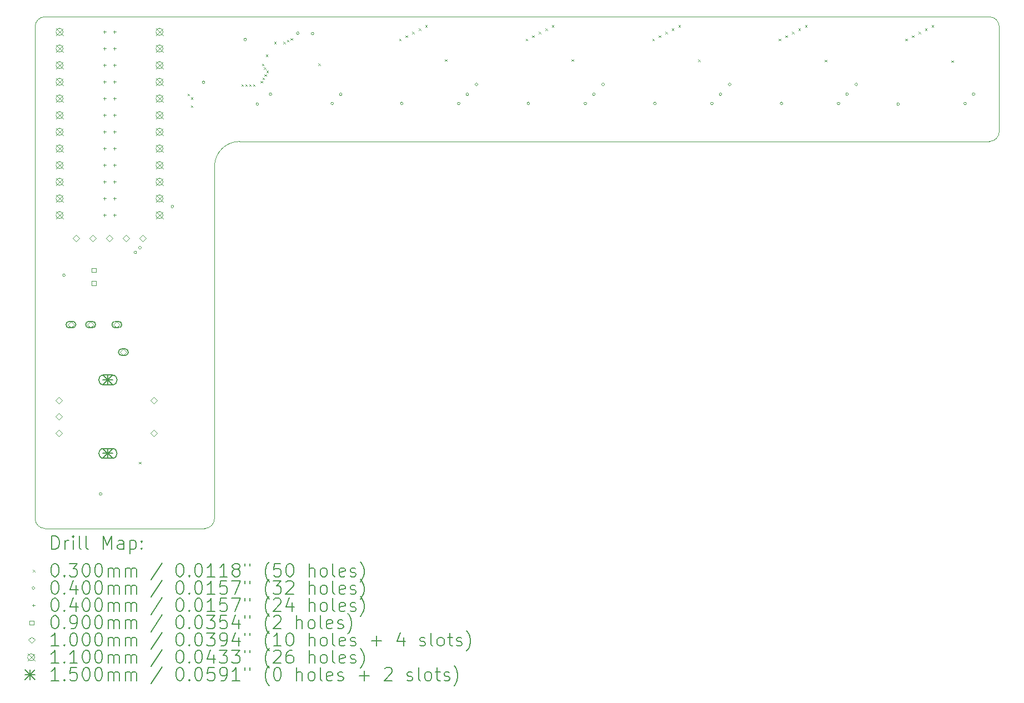
<source format=gbr>
%TF.GenerationSoftware,KiCad,Pcbnew,7.0.8*%
%TF.CreationDate,2023-12-05T05:18:09-08:00*%
%TF.ProjectId,Seismos_5CoreR,53656973-6d6f-4735-9f35-436f7265522e,rev?*%
%TF.SameCoordinates,Original*%
%TF.FileFunction,Drillmap*%
%TF.FilePolarity,Positive*%
%FSLAX45Y45*%
G04 Gerber Fmt 4.5, Leading zero omitted, Abs format (unit mm)*
G04 Created by KiCad (PCBNEW 7.0.8) date 2023-12-05 05:18:09*
%MOMM*%
%LPD*%
G01*
G04 APERTURE LIST*
%ADD10C,0.100000*%
%ADD11C,0.200000*%
%ADD12C,0.030000*%
%ADD13C,0.040000*%
%ADD14C,0.090000*%
%ADD15C,0.110000*%
%ADD16C,0.150000*%
G04 APERTURE END LIST*
D10*
X5736600Y-9650000D02*
X5736600Y-4281000D01*
X5586600Y-9800000D02*
X3150000Y-9800000D01*
X3000000Y-9650000D02*
X3000000Y-2150000D01*
X3150000Y-2000000D02*
G75*
G03*
X3000000Y-2150000I0J-150000D01*
G01*
X5586600Y-9800000D02*
G75*
G03*
X5736600Y-9650000I0J150000D01*
G01*
X17550000Y-3900000D02*
X6117600Y-3900000D01*
X17550000Y-3900000D02*
G75*
G03*
X17700000Y-3750000I0J150000D01*
G01*
X17700000Y-2150000D02*
G75*
G03*
X17550000Y-2000000I-150000J0D01*
G01*
X3000000Y-9650000D02*
G75*
G03*
X3150000Y-9800000I150000J0D01*
G01*
X6117600Y-3900000D02*
G75*
G03*
X5736600Y-4281000I0J-381000D01*
G01*
X3150000Y-2000000D02*
X17550000Y-2000000D01*
X17700000Y-2150000D02*
X17700000Y-3750000D01*
D11*
D12*
X4585000Y-8785000D02*
X4615000Y-8815000D01*
X4615000Y-8785000D02*
X4585000Y-8815000D01*
X5325000Y-3172350D02*
X5355000Y-3202350D01*
X5355000Y-3172350D02*
X5325000Y-3202350D01*
X5377650Y-3225000D02*
X5407650Y-3255000D01*
X5407650Y-3225000D02*
X5377650Y-3255000D01*
X5377650Y-3351400D02*
X5407650Y-3381400D01*
X5407650Y-3351400D02*
X5377650Y-3381400D01*
X6145149Y-3029189D02*
X6175149Y-3059189D01*
X6175149Y-3029189D02*
X6145149Y-3059189D01*
X6205099Y-3029189D02*
X6235099Y-3059189D01*
X6235099Y-3029189D02*
X6205099Y-3059189D01*
X6265050Y-3029189D02*
X6295050Y-3059189D01*
X6295050Y-3029189D02*
X6265050Y-3059189D01*
X6325000Y-3029189D02*
X6355000Y-3059189D01*
X6355000Y-3029189D02*
X6325000Y-3059189D01*
X6437594Y-2978550D02*
X6467594Y-3008550D01*
X6467594Y-2978550D02*
X6437594Y-3008550D01*
X6460000Y-2715000D02*
X6490000Y-2745000D01*
X6490000Y-2715000D02*
X6460000Y-2745000D01*
X6466483Y-2926019D02*
X6496483Y-2956019D01*
X6496483Y-2926019D02*
X6466483Y-2956019D01*
X6490958Y-2767650D02*
X6520958Y-2797650D01*
X6520958Y-2767650D02*
X6490958Y-2797650D01*
X6499687Y-2876104D02*
X6529687Y-2906104D01*
X6529687Y-2876104D02*
X6499687Y-2906104D01*
X6518735Y-2573735D02*
X6548735Y-2603735D01*
X6548735Y-2573735D02*
X6518735Y-2603735D01*
X6526897Y-2820300D02*
X6556897Y-2850300D01*
X6556897Y-2820300D02*
X6526897Y-2850300D01*
X6646467Y-2381852D02*
X6676467Y-2411852D01*
X6676467Y-2381852D02*
X6646467Y-2411852D01*
X6784912Y-2380088D02*
X6814912Y-2410088D01*
X6814912Y-2380088D02*
X6784912Y-2410088D01*
X6840150Y-2349850D02*
X6870150Y-2379850D01*
X6870150Y-2349850D02*
X6840150Y-2379850D01*
X6897555Y-2324700D02*
X6927555Y-2354700D01*
X6927555Y-2324700D02*
X6897555Y-2354700D01*
X7320000Y-2710000D02*
X7350000Y-2740000D01*
X7350000Y-2710000D02*
X7320000Y-2740000D01*
X8550000Y-2334600D02*
X8580000Y-2364600D01*
X8580000Y-2334600D02*
X8550000Y-2364600D01*
X8650000Y-2281950D02*
X8680000Y-2311950D01*
X8680000Y-2281950D02*
X8650000Y-2311950D01*
X8750000Y-2229300D02*
X8780000Y-2259300D01*
X8780000Y-2229300D02*
X8750000Y-2259300D01*
X8850000Y-2176650D02*
X8880000Y-2206650D01*
X8880000Y-2176650D02*
X8850000Y-2206650D01*
X8950000Y-2124000D02*
X8980000Y-2154000D01*
X8980000Y-2124000D02*
X8950000Y-2154000D01*
X9250000Y-2645000D02*
X9280000Y-2675000D01*
X9280000Y-2645000D02*
X9250000Y-2675000D01*
X10480000Y-2334600D02*
X10510000Y-2364600D01*
X10510000Y-2334600D02*
X10480000Y-2364600D01*
X10580000Y-2281950D02*
X10610000Y-2311950D01*
X10610000Y-2281950D02*
X10580000Y-2311950D01*
X10680000Y-2229300D02*
X10710000Y-2259300D01*
X10710000Y-2229300D02*
X10680000Y-2259300D01*
X10780000Y-2176650D02*
X10810000Y-2206650D01*
X10810000Y-2176650D02*
X10780000Y-2206650D01*
X10880000Y-2124000D02*
X10910000Y-2154000D01*
X10910000Y-2124000D02*
X10880000Y-2154000D01*
X11180000Y-2645000D02*
X11210000Y-2675000D01*
X11210000Y-2645000D02*
X11180000Y-2675000D01*
X12410000Y-2334600D02*
X12440000Y-2364600D01*
X12440000Y-2334600D02*
X12410000Y-2364600D01*
X12510000Y-2281950D02*
X12540000Y-2311950D01*
X12540000Y-2281950D02*
X12510000Y-2311950D01*
X12610000Y-2229300D02*
X12640000Y-2259300D01*
X12640000Y-2229300D02*
X12610000Y-2259300D01*
X12710000Y-2176650D02*
X12740000Y-2206650D01*
X12740000Y-2176650D02*
X12710000Y-2206650D01*
X12810000Y-2124000D02*
X12840000Y-2154000D01*
X12840000Y-2124000D02*
X12810000Y-2154000D01*
X13110000Y-2650000D02*
X13140000Y-2680000D01*
X13140000Y-2650000D02*
X13110000Y-2680000D01*
X14340000Y-2334600D02*
X14370000Y-2364600D01*
X14370000Y-2334600D02*
X14340000Y-2364600D01*
X14440000Y-2281950D02*
X14470000Y-2311950D01*
X14470000Y-2281950D02*
X14440000Y-2311950D01*
X14540000Y-2229300D02*
X14570000Y-2259300D01*
X14570000Y-2229300D02*
X14540000Y-2259300D01*
X14640000Y-2176650D02*
X14670000Y-2206650D01*
X14670000Y-2176650D02*
X14640000Y-2206650D01*
X14740000Y-2124000D02*
X14770000Y-2154000D01*
X14770000Y-2124000D02*
X14740000Y-2154000D01*
X15040000Y-2655000D02*
X15070000Y-2685000D01*
X15070000Y-2655000D02*
X15040000Y-2685000D01*
X16270000Y-2334600D02*
X16300000Y-2364600D01*
X16300000Y-2334600D02*
X16270000Y-2364600D01*
X16370000Y-2281950D02*
X16400000Y-2311950D01*
X16400000Y-2281950D02*
X16370000Y-2311950D01*
X16470000Y-2229300D02*
X16500000Y-2259300D01*
X16500000Y-2229300D02*
X16470000Y-2259300D01*
X16570000Y-2176650D02*
X16600000Y-2206650D01*
X16600000Y-2176650D02*
X16570000Y-2206650D01*
X16670000Y-2124000D02*
X16700000Y-2154000D01*
X16700000Y-2124000D02*
X16670000Y-2154000D01*
X16970000Y-2665000D02*
X17000000Y-2695000D01*
X17000000Y-2665000D02*
X16970000Y-2695000D01*
D13*
X3460000Y-5940000D02*
G75*
G03*
X3460000Y-5940000I-20000J0D01*
G01*
X4020000Y-9275000D02*
G75*
G03*
X4020000Y-9275000I-20000J0D01*
G01*
X4547863Y-5592135D02*
G75*
G03*
X4547863Y-5592135I-20000J0D01*
G01*
X4620465Y-5519486D02*
G75*
G03*
X4620465Y-5519486I-20000J0D01*
G01*
X5112750Y-4892650D02*
G75*
G03*
X5112750Y-4892650I-20000J0D01*
G01*
X5590000Y-2997500D02*
G75*
G03*
X5590000Y-2997500I-20000J0D01*
G01*
X6225000Y-2345000D02*
G75*
G03*
X6225000Y-2345000I-20000J0D01*
G01*
X6410000Y-3330000D02*
G75*
G03*
X6410000Y-3330000I-20000J0D01*
G01*
X6610000Y-3180000D02*
G75*
G03*
X6610000Y-3180000I-20000J0D01*
G01*
X7025000Y-2250000D02*
G75*
G03*
X7025000Y-2250000I-20000J0D01*
G01*
X7250000Y-2255000D02*
G75*
G03*
X7250000Y-2255000I-20000J0D01*
G01*
X7550000Y-3320000D02*
G75*
G03*
X7550000Y-3320000I-20000J0D01*
G01*
X7680000Y-3180000D02*
G75*
G03*
X7680000Y-3180000I-20000J0D01*
G01*
X8610000Y-3320000D02*
G75*
G03*
X8610000Y-3320000I-20000J0D01*
G01*
X9480000Y-3320000D02*
G75*
G03*
X9480000Y-3320000I-20000J0D01*
G01*
X9610000Y-3180000D02*
G75*
G03*
X9610000Y-3180000I-20000J0D01*
G01*
X9750000Y-3030000D02*
G75*
G03*
X9750000Y-3030000I-20000J0D01*
G01*
X10540000Y-3320000D02*
G75*
G03*
X10540000Y-3320000I-20000J0D01*
G01*
X11410000Y-3320000D02*
G75*
G03*
X11410000Y-3320000I-20000J0D01*
G01*
X11540000Y-3180000D02*
G75*
G03*
X11540000Y-3180000I-20000J0D01*
G01*
X11680000Y-3030000D02*
G75*
G03*
X11680000Y-3030000I-20000J0D01*
G01*
X12470000Y-3320000D02*
G75*
G03*
X12470000Y-3320000I-20000J0D01*
G01*
X13340000Y-3320000D02*
G75*
G03*
X13340000Y-3320000I-20000J0D01*
G01*
X13470000Y-3180000D02*
G75*
G03*
X13470000Y-3180000I-20000J0D01*
G01*
X13610000Y-3030000D02*
G75*
G03*
X13610000Y-3030000I-20000J0D01*
G01*
X14400000Y-3320000D02*
G75*
G03*
X14400000Y-3320000I-20000J0D01*
G01*
X15270000Y-3320000D02*
G75*
G03*
X15270000Y-3320000I-20000J0D01*
G01*
X15400000Y-3180000D02*
G75*
G03*
X15400000Y-3180000I-20000J0D01*
G01*
X15540000Y-3030000D02*
G75*
G03*
X15540000Y-3030000I-20000J0D01*
G01*
X16180000Y-3330000D02*
G75*
G03*
X16180000Y-3330000I-20000J0D01*
G01*
X17200000Y-3320000D02*
G75*
G03*
X17200000Y-3320000I-20000J0D01*
G01*
X17330000Y-3180000D02*
G75*
G03*
X17330000Y-3180000I-20000J0D01*
G01*
X4058800Y-2208600D02*
X4058800Y-2248600D01*
X4038800Y-2228600D02*
X4078800Y-2228600D01*
X4058800Y-2462600D02*
X4058800Y-2502600D01*
X4038800Y-2482600D02*
X4078800Y-2482600D01*
X4058800Y-2716600D02*
X4058800Y-2756600D01*
X4038800Y-2736600D02*
X4078800Y-2736600D01*
X4058800Y-2970600D02*
X4058800Y-3010600D01*
X4038800Y-2990600D02*
X4078800Y-2990600D01*
X4058800Y-3224600D02*
X4058800Y-3264600D01*
X4038800Y-3244600D02*
X4078800Y-3244600D01*
X4058800Y-3478600D02*
X4058800Y-3518600D01*
X4038800Y-3498600D02*
X4078800Y-3498600D01*
X4058800Y-3732600D02*
X4058800Y-3772600D01*
X4038800Y-3752600D02*
X4078800Y-3752600D01*
X4058800Y-3986600D02*
X4058800Y-4026600D01*
X4038800Y-4006600D02*
X4078800Y-4006600D01*
X4058800Y-4240600D02*
X4058800Y-4280600D01*
X4038800Y-4260600D02*
X4078800Y-4260600D01*
X4058800Y-4494600D02*
X4058800Y-4534600D01*
X4038800Y-4514600D02*
X4078800Y-4514600D01*
X4058800Y-4748600D02*
X4058800Y-4788600D01*
X4038800Y-4768600D02*
X4078800Y-4768600D01*
X4058800Y-5002600D02*
X4058800Y-5042600D01*
X4038800Y-5022600D02*
X4078800Y-5022600D01*
X4211200Y-2208600D02*
X4211200Y-2248600D01*
X4191200Y-2228600D02*
X4231200Y-2228600D01*
X4211200Y-2462600D02*
X4211200Y-2502600D01*
X4191200Y-2482600D02*
X4231200Y-2482600D01*
X4211200Y-2716600D02*
X4211200Y-2756600D01*
X4191200Y-2736600D02*
X4231200Y-2736600D01*
X4211200Y-2970600D02*
X4211200Y-3010600D01*
X4191200Y-2990600D02*
X4231200Y-2990600D01*
X4211200Y-3224600D02*
X4211200Y-3264600D01*
X4191200Y-3244600D02*
X4231200Y-3244600D01*
X4211200Y-3478600D02*
X4211200Y-3518600D01*
X4191200Y-3498600D02*
X4231200Y-3498600D01*
X4211200Y-3732600D02*
X4211200Y-3772600D01*
X4191200Y-3752600D02*
X4231200Y-3752600D01*
X4211200Y-3986600D02*
X4211200Y-4026600D01*
X4191200Y-4006600D02*
X4231200Y-4006600D01*
X4211200Y-4240600D02*
X4211200Y-4280600D01*
X4191200Y-4260600D02*
X4231200Y-4260600D01*
X4211200Y-4494600D02*
X4211200Y-4534600D01*
X4191200Y-4514600D02*
X4231200Y-4514600D01*
X4211200Y-4748600D02*
X4211200Y-4788600D01*
X4191200Y-4768600D02*
X4231200Y-4768600D01*
X4211200Y-5002600D02*
X4211200Y-5042600D01*
X4191200Y-5022600D02*
X4231200Y-5022600D01*
D14*
X3926770Y-5895020D02*
X3926770Y-5831380D01*
X3863130Y-5831380D01*
X3863130Y-5895020D01*
X3926770Y-5895020D01*
X3926770Y-6095020D02*
X3926770Y-6031380D01*
X3863130Y-6031380D01*
X3863130Y-6095020D01*
X3926770Y-6095020D01*
D10*
X3361000Y-7896000D02*
X3411000Y-7846000D01*
X3361000Y-7796000D01*
X3311000Y-7846000D01*
X3361000Y-7896000D01*
X3361000Y-8146000D02*
X3411000Y-8096000D01*
X3361000Y-8046000D01*
X3311000Y-8096000D01*
X3361000Y-8146000D01*
X3361000Y-8396000D02*
X3411000Y-8346000D01*
X3361000Y-8296000D01*
X3311000Y-8346000D01*
X3361000Y-8396000D01*
X3547000Y-6742500D02*
X3597000Y-6692500D01*
X3547000Y-6642500D01*
X3497000Y-6692500D01*
X3547000Y-6742500D01*
D11*
X3522000Y-6742500D02*
X3572000Y-6742500D01*
X3572000Y-6742500D02*
G75*
G03*
X3572000Y-6642500I0J50000D01*
G01*
X3572000Y-6642500D02*
X3522000Y-6642500D01*
X3522000Y-6642500D02*
G75*
G03*
X3522000Y-6742500I0J-50000D01*
G01*
D10*
X3628400Y-5426600D02*
X3678400Y-5376600D01*
X3628400Y-5326600D01*
X3578400Y-5376600D01*
X3628400Y-5426600D01*
X3847000Y-6742500D02*
X3897000Y-6692500D01*
X3847000Y-6642500D01*
X3797000Y-6692500D01*
X3847000Y-6742500D01*
D11*
X3822000Y-6742500D02*
X3872000Y-6742500D01*
X3872000Y-6742500D02*
G75*
G03*
X3872000Y-6642500I0J50000D01*
G01*
X3872000Y-6642500D02*
X3822000Y-6642500D01*
X3822000Y-6642500D02*
G75*
G03*
X3822000Y-6742500I0J-50000D01*
G01*
D10*
X3882400Y-5426600D02*
X3932400Y-5376600D01*
X3882400Y-5326600D01*
X3832400Y-5376600D01*
X3882400Y-5426600D01*
X4136400Y-5426600D02*
X4186400Y-5376600D01*
X4136400Y-5326600D01*
X4086400Y-5376600D01*
X4136400Y-5426600D01*
X4247000Y-6742500D02*
X4297000Y-6692500D01*
X4247000Y-6642500D01*
X4197000Y-6692500D01*
X4247000Y-6742500D01*
D11*
X4222000Y-6742500D02*
X4272000Y-6742500D01*
X4272000Y-6742500D02*
G75*
G03*
X4272000Y-6642500I0J50000D01*
G01*
X4272000Y-6642500D02*
X4222000Y-6642500D01*
X4222000Y-6642500D02*
G75*
G03*
X4222000Y-6742500I0J-50000D01*
G01*
D10*
X4347000Y-7162500D02*
X4397000Y-7112500D01*
X4347000Y-7062500D01*
X4297000Y-7112500D01*
X4347000Y-7162500D01*
D11*
X4322000Y-7162500D02*
X4372000Y-7162500D01*
X4372000Y-7162500D02*
G75*
G03*
X4372000Y-7062500I0J50000D01*
G01*
X4372000Y-7062500D02*
X4322000Y-7062500D01*
X4322000Y-7062500D02*
G75*
G03*
X4322000Y-7162500I0J-50000D01*
G01*
D10*
X4390400Y-5426600D02*
X4440400Y-5376600D01*
X4390400Y-5326600D01*
X4340400Y-5376600D01*
X4390400Y-5426600D01*
X4644400Y-5426600D02*
X4694400Y-5376600D01*
X4644400Y-5326600D01*
X4594400Y-5376600D01*
X4644400Y-5426600D01*
X4811000Y-7896000D02*
X4861000Y-7846000D01*
X4811000Y-7796000D01*
X4761000Y-7846000D01*
X4811000Y-7896000D01*
X4811000Y-8396000D02*
X4861000Y-8346000D01*
X4811000Y-8296000D01*
X4761000Y-8346000D01*
X4811000Y-8396000D01*
D15*
X3318000Y-2173600D02*
X3428000Y-2283600D01*
X3428000Y-2173600D02*
X3318000Y-2283600D01*
X3428000Y-2228600D02*
G75*
G03*
X3428000Y-2228600I-55000J0D01*
G01*
X3318000Y-2173600D02*
X3428000Y-2283600D01*
X3428000Y-2173600D02*
X3318000Y-2283600D01*
X3428000Y-2228600D02*
G75*
G03*
X3428000Y-2228600I-55000J0D01*
G01*
X3318000Y-2427600D02*
X3428000Y-2537600D01*
X3428000Y-2427600D02*
X3318000Y-2537600D01*
X3428000Y-2482600D02*
G75*
G03*
X3428000Y-2482600I-55000J0D01*
G01*
X3318000Y-2681600D02*
X3428000Y-2791600D01*
X3428000Y-2681600D02*
X3318000Y-2791600D01*
X3428000Y-2736600D02*
G75*
G03*
X3428000Y-2736600I-55000J0D01*
G01*
X3318000Y-2935600D02*
X3428000Y-3045600D01*
X3428000Y-2935600D02*
X3318000Y-3045600D01*
X3428000Y-2990600D02*
G75*
G03*
X3428000Y-2990600I-55000J0D01*
G01*
X3318000Y-3189600D02*
X3428000Y-3299600D01*
X3428000Y-3189600D02*
X3318000Y-3299600D01*
X3428000Y-3244600D02*
G75*
G03*
X3428000Y-3244600I-55000J0D01*
G01*
X3318000Y-3443600D02*
X3428000Y-3553600D01*
X3428000Y-3443600D02*
X3318000Y-3553600D01*
X3428000Y-3498600D02*
G75*
G03*
X3428000Y-3498600I-55000J0D01*
G01*
X3318000Y-3697600D02*
X3428000Y-3807600D01*
X3428000Y-3697600D02*
X3318000Y-3807600D01*
X3428000Y-3752600D02*
G75*
G03*
X3428000Y-3752600I-55000J0D01*
G01*
X3318000Y-3951600D02*
X3428000Y-4061600D01*
X3428000Y-3951600D02*
X3318000Y-4061600D01*
X3428000Y-4006600D02*
G75*
G03*
X3428000Y-4006600I-55000J0D01*
G01*
X3318000Y-4205600D02*
X3428000Y-4315600D01*
X3428000Y-4205600D02*
X3318000Y-4315600D01*
X3428000Y-4260600D02*
G75*
G03*
X3428000Y-4260600I-55000J0D01*
G01*
X3318000Y-4459600D02*
X3428000Y-4569600D01*
X3428000Y-4459600D02*
X3318000Y-4569600D01*
X3428000Y-4514600D02*
G75*
G03*
X3428000Y-4514600I-55000J0D01*
G01*
X3318000Y-4713600D02*
X3428000Y-4823600D01*
X3428000Y-4713600D02*
X3318000Y-4823600D01*
X3428000Y-4768600D02*
G75*
G03*
X3428000Y-4768600I-55000J0D01*
G01*
X3318000Y-4967600D02*
X3428000Y-5077600D01*
X3428000Y-4967600D02*
X3318000Y-5077600D01*
X3428000Y-5022600D02*
G75*
G03*
X3428000Y-5022600I-55000J0D01*
G01*
X4842000Y-2173600D02*
X4952000Y-2283600D01*
X4952000Y-2173600D02*
X4842000Y-2283600D01*
X4952000Y-2228600D02*
G75*
G03*
X4952000Y-2228600I-55000J0D01*
G01*
X4842000Y-2173600D02*
X4952000Y-2283600D01*
X4952000Y-2173600D02*
X4842000Y-2283600D01*
X4952000Y-2228600D02*
G75*
G03*
X4952000Y-2228600I-55000J0D01*
G01*
X4842000Y-2427600D02*
X4952000Y-2537600D01*
X4952000Y-2427600D02*
X4842000Y-2537600D01*
X4952000Y-2482600D02*
G75*
G03*
X4952000Y-2482600I-55000J0D01*
G01*
X4842000Y-2681600D02*
X4952000Y-2791600D01*
X4952000Y-2681600D02*
X4842000Y-2791600D01*
X4952000Y-2736600D02*
G75*
G03*
X4952000Y-2736600I-55000J0D01*
G01*
X4842000Y-2935600D02*
X4952000Y-3045600D01*
X4952000Y-2935600D02*
X4842000Y-3045600D01*
X4952000Y-2990600D02*
G75*
G03*
X4952000Y-2990600I-55000J0D01*
G01*
X4842000Y-3189600D02*
X4952000Y-3299600D01*
X4952000Y-3189600D02*
X4842000Y-3299600D01*
X4952000Y-3244600D02*
G75*
G03*
X4952000Y-3244600I-55000J0D01*
G01*
X4842000Y-3443600D02*
X4952000Y-3553600D01*
X4952000Y-3443600D02*
X4842000Y-3553600D01*
X4952000Y-3498600D02*
G75*
G03*
X4952000Y-3498600I-55000J0D01*
G01*
X4842000Y-3697600D02*
X4952000Y-3807600D01*
X4952000Y-3697600D02*
X4842000Y-3807600D01*
X4952000Y-3752600D02*
G75*
G03*
X4952000Y-3752600I-55000J0D01*
G01*
X4842000Y-3951600D02*
X4952000Y-4061600D01*
X4952000Y-3951600D02*
X4842000Y-4061600D01*
X4952000Y-4006600D02*
G75*
G03*
X4952000Y-4006600I-55000J0D01*
G01*
X4842000Y-4205600D02*
X4952000Y-4315600D01*
X4952000Y-4205600D02*
X4842000Y-4315600D01*
X4952000Y-4260600D02*
G75*
G03*
X4952000Y-4260600I-55000J0D01*
G01*
X4842000Y-4459600D02*
X4952000Y-4569600D01*
X4952000Y-4459600D02*
X4842000Y-4569600D01*
X4952000Y-4514600D02*
G75*
G03*
X4952000Y-4514600I-55000J0D01*
G01*
X4842000Y-4713600D02*
X4952000Y-4823600D01*
X4952000Y-4713600D02*
X4842000Y-4823600D01*
X4952000Y-4768600D02*
G75*
G03*
X4952000Y-4768600I-55000J0D01*
G01*
X4842000Y-4967600D02*
X4952000Y-5077600D01*
X4952000Y-4967600D02*
X4842000Y-5077600D01*
X4952000Y-5022600D02*
G75*
G03*
X4952000Y-5022600I-55000J0D01*
G01*
D16*
X4036000Y-7461000D02*
X4186000Y-7611000D01*
X4186000Y-7461000D02*
X4036000Y-7611000D01*
X4111000Y-7461000D02*
X4111000Y-7611000D01*
X4036000Y-7536000D02*
X4186000Y-7536000D01*
D11*
X4046000Y-7611000D02*
X4176000Y-7611000D01*
X4176000Y-7611000D02*
G75*
G03*
X4176000Y-7461000I0J75000D01*
G01*
X4176000Y-7461000D02*
X4046000Y-7461000D01*
X4046000Y-7461000D02*
G75*
G03*
X4046000Y-7611000I0J-75000D01*
G01*
D16*
X4036000Y-8581000D02*
X4186000Y-8731000D01*
X4186000Y-8581000D02*
X4036000Y-8731000D01*
X4111000Y-8581000D02*
X4111000Y-8731000D01*
X4036000Y-8656000D02*
X4186000Y-8656000D01*
D11*
X4046000Y-8731000D02*
X4176000Y-8731000D01*
X4176000Y-8731000D02*
G75*
G03*
X4176000Y-8581000I0J75000D01*
G01*
X4176000Y-8581000D02*
X4046000Y-8581000D01*
X4046000Y-8581000D02*
G75*
G03*
X4046000Y-8731000I0J-75000D01*
G01*
X3255777Y-10116484D02*
X3255777Y-9916484D01*
X3255777Y-9916484D02*
X3303396Y-9916484D01*
X3303396Y-9916484D02*
X3331967Y-9926008D01*
X3331967Y-9926008D02*
X3351015Y-9945055D01*
X3351015Y-9945055D02*
X3360539Y-9964103D01*
X3360539Y-9964103D02*
X3370062Y-10002198D01*
X3370062Y-10002198D02*
X3370062Y-10030770D01*
X3370062Y-10030770D02*
X3360539Y-10068865D01*
X3360539Y-10068865D02*
X3351015Y-10087912D01*
X3351015Y-10087912D02*
X3331967Y-10106960D01*
X3331967Y-10106960D02*
X3303396Y-10116484D01*
X3303396Y-10116484D02*
X3255777Y-10116484D01*
X3455777Y-10116484D02*
X3455777Y-9983150D01*
X3455777Y-10021246D02*
X3465301Y-10002198D01*
X3465301Y-10002198D02*
X3474824Y-9992674D01*
X3474824Y-9992674D02*
X3493872Y-9983150D01*
X3493872Y-9983150D02*
X3512920Y-9983150D01*
X3579586Y-10116484D02*
X3579586Y-9983150D01*
X3579586Y-9916484D02*
X3570062Y-9926008D01*
X3570062Y-9926008D02*
X3579586Y-9935531D01*
X3579586Y-9935531D02*
X3589110Y-9926008D01*
X3589110Y-9926008D02*
X3579586Y-9916484D01*
X3579586Y-9916484D02*
X3579586Y-9935531D01*
X3703396Y-10116484D02*
X3684348Y-10106960D01*
X3684348Y-10106960D02*
X3674824Y-10087912D01*
X3674824Y-10087912D02*
X3674824Y-9916484D01*
X3808158Y-10116484D02*
X3789110Y-10106960D01*
X3789110Y-10106960D02*
X3779586Y-10087912D01*
X3779586Y-10087912D02*
X3779586Y-9916484D01*
X4036729Y-10116484D02*
X4036729Y-9916484D01*
X4036729Y-9916484D02*
X4103396Y-10059341D01*
X4103396Y-10059341D02*
X4170062Y-9916484D01*
X4170062Y-9916484D02*
X4170062Y-10116484D01*
X4351015Y-10116484D02*
X4351015Y-10011722D01*
X4351015Y-10011722D02*
X4341491Y-9992674D01*
X4341491Y-9992674D02*
X4322444Y-9983150D01*
X4322444Y-9983150D02*
X4284348Y-9983150D01*
X4284348Y-9983150D02*
X4265301Y-9992674D01*
X4351015Y-10106960D02*
X4331967Y-10116484D01*
X4331967Y-10116484D02*
X4284348Y-10116484D01*
X4284348Y-10116484D02*
X4265301Y-10106960D01*
X4265301Y-10106960D02*
X4255777Y-10087912D01*
X4255777Y-10087912D02*
X4255777Y-10068865D01*
X4255777Y-10068865D02*
X4265301Y-10049817D01*
X4265301Y-10049817D02*
X4284348Y-10040293D01*
X4284348Y-10040293D02*
X4331967Y-10040293D01*
X4331967Y-10040293D02*
X4351015Y-10030770D01*
X4446253Y-9983150D02*
X4446253Y-10183150D01*
X4446253Y-9992674D02*
X4465301Y-9983150D01*
X4465301Y-9983150D02*
X4503396Y-9983150D01*
X4503396Y-9983150D02*
X4522444Y-9992674D01*
X4522444Y-9992674D02*
X4531967Y-10002198D01*
X4531967Y-10002198D02*
X4541491Y-10021246D01*
X4541491Y-10021246D02*
X4541491Y-10078389D01*
X4541491Y-10078389D02*
X4531967Y-10097436D01*
X4531967Y-10097436D02*
X4522444Y-10106960D01*
X4522444Y-10106960D02*
X4503396Y-10116484D01*
X4503396Y-10116484D02*
X4465301Y-10116484D01*
X4465301Y-10116484D02*
X4446253Y-10106960D01*
X4627205Y-10097436D02*
X4636729Y-10106960D01*
X4636729Y-10106960D02*
X4627205Y-10116484D01*
X4627205Y-10116484D02*
X4617682Y-10106960D01*
X4617682Y-10106960D02*
X4627205Y-10097436D01*
X4627205Y-10097436D02*
X4627205Y-10116484D01*
X4627205Y-9992674D02*
X4636729Y-10002198D01*
X4636729Y-10002198D02*
X4627205Y-10011722D01*
X4627205Y-10011722D02*
X4617682Y-10002198D01*
X4617682Y-10002198D02*
X4627205Y-9992674D01*
X4627205Y-9992674D02*
X4627205Y-10011722D01*
D12*
X2965000Y-10430000D02*
X2995000Y-10460000D01*
X2995000Y-10430000D02*
X2965000Y-10460000D01*
D11*
X3293872Y-10336484D02*
X3312920Y-10336484D01*
X3312920Y-10336484D02*
X3331967Y-10346008D01*
X3331967Y-10346008D02*
X3341491Y-10355531D01*
X3341491Y-10355531D02*
X3351015Y-10374579D01*
X3351015Y-10374579D02*
X3360539Y-10412674D01*
X3360539Y-10412674D02*
X3360539Y-10460293D01*
X3360539Y-10460293D02*
X3351015Y-10498389D01*
X3351015Y-10498389D02*
X3341491Y-10517436D01*
X3341491Y-10517436D02*
X3331967Y-10526960D01*
X3331967Y-10526960D02*
X3312920Y-10536484D01*
X3312920Y-10536484D02*
X3293872Y-10536484D01*
X3293872Y-10536484D02*
X3274824Y-10526960D01*
X3274824Y-10526960D02*
X3265301Y-10517436D01*
X3265301Y-10517436D02*
X3255777Y-10498389D01*
X3255777Y-10498389D02*
X3246253Y-10460293D01*
X3246253Y-10460293D02*
X3246253Y-10412674D01*
X3246253Y-10412674D02*
X3255777Y-10374579D01*
X3255777Y-10374579D02*
X3265301Y-10355531D01*
X3265301Y-10355531D02*
X3274824Y-10346008D01*
X3274824Y-10346008D02*
X3293872Y-10336484D01*
X3446253Y-10517436D02*
X3455777Y-10526960D01*
X3455777Y-10526960D02*
X3446253Y-10536484D01*
X3446253Y-10536484D02*
X3436729Y-10526960D01*
X3436729Y-10526960D02*
X3446253Y-10517436D01*
X3446253Y-10517436D02*
X3446253Y-10536484D01*
X3522443Y-10336484D02*
X3646253Y-10336484D01*
X3646253Y-10336484D02*
X3579586Y-10412674D01*
X3579586Y-10412674D02*
X3608158Y-10412674D01*
X3608158Y-10412674D02*
X3627205Y-10422198D01*
X3627205Y-10422198D02*
X3636729Y-10431722D01*
X3636729Y-10431722D02*
X3646253Y-10450770D01*
X3646253Y-10450770D02*
X3646253Y-10498389D01*
X3646253Y-10498389D02*
X3636729Y-10517436D01*
X3636729Y-10517436D02*
X3627205Y-10526960D01*
X3627205Y-10526960D02*
X3608158Y-10536484D01*
X3608158Y-10536484D02*
X3551015Y-10536484D01*
X3551015Y-10536484D02*
X3531967Y-10526960D01*
X3531967Y-10526960D02*
X3522443Y-10517436D01*
X3770062Y-10336484D02*
X3789110Y-10336484D01*
X3789110Y-10336484D02*
X3808158Y-10346008D01*
X3808158Y-10346008D02*
X3817682Y-10355531D01*
X3817682Y-10355531D02*
X3827205Y-10374579D01*
X3827205Y-10374579D02*
X3836729Y-10412674D01*
X3836729Y-10412674D02*
X3836729Y-10460293D01*
X3836729Y-10460293D02*
X3827205Y-10498389D01*
X3827205Y-10498389D02*
X3817682Y-10517436D01*
X3817682Y-10517436D02*
X3808158Y-10526960D01*
X3808158Y-10526960D02*
X3789110Y-10536484D01*
X3789110Y-10536484D02*
X3770062Y-10536484D01*
X3770062Y-10536484D02*
X3751015Y-10526960D01*
X3751015Y-10526960D02*
X3741491Y-10517436D01*
X3741491Y-10517436D02*
X3731967Y-10498389D01*
X3731967Y-10498389D02*
X3722443Y-10460293D01*
X3722443Y-10460293D02*
X3722443Y-10412674D01*
X3722443Y-10412674D02*
X3731967Y-10374579D01*
X3731967Y-10374579D02*
X3741491Y-10355531D01*
X3741491Y-10355531D02*
X3751015Y-10346008D01*
X3751015Y-10346008D02*
X3770062Y-10336484D01*
X3960539Y-10336484D02*
X3979586Y-10336484D01*
X3979586Y-10336484D02*
X3998634Y-10346008D01*
X3998634Y-10346008D02*
X4008158Y-10355531D01*
X4008158Y-10355531D02*
X4017682Y-10374579D01*
X4017682Y-10374579D02*
X4027205Y-10412674D01*
X4027205Y-10412674D02*
X4027205Y-10460293D01*
X4027205Y-10460293D02*
X4017682Y-10498389D01*
X4017682Y-10498389D02*
X4008158Y-10517436D01*
X4008158Y-10517436D02*
X3998634Y-10526960D01*
X3998634Y-10526960D02*
X3979586Y-10536484D01*
X3979586Y-10536484D02*
X3960539Y-10536484D01*
X3960539Y-10536484D02*
X3941491Y-10526960D01*
X3941491Y-10526960D02*
X3931967Y-10517436D01*
X3931967Y-10517436D02*
X3922443Y-10498389D01*
X3922443Y-10498389D02*
X3912920Y-10460293D01*
X3912920Y-10460293D02*
X3912920Y-10412674D01*
X3912920Y-10412674D02*
X3922443Y-10374579D01*
X3922443Y-10374579D02*
X3931967Y-10355531D01*
X3931967Y-10355531D02*
X3941491Y-10346008D01*
X3941491Y-10346008D02*
X3960539Y-10336484D01*
X4112920Y-10536484D02*
X4112920Y-10403150D01*
X4112920Y-10422198D02*
X4122443Y-10412674D01*
X4122443Y-10412674D02*
X4141491Y-10403150D01*
X4141491Y-10403150D02*
X4170063Y-10403150D01*
X4170063Y-10403150D02*
X4189110Y-10412674D01*
X4189110Y-10412674D02*
X4198634Y-10431722D01*
X4198634Y-10431722D02*
X4198634Y-10536484D01*
X4198634Y-10431722D02*
X4208158Y-10412674D01*
X4208158Y-10412674D02*
X4227205Y-10403150D01*
X4227205Y-10403150D02*
X4255777Y-10403150D01*
X4255777Y-10403150D02*
X4274825Y-10412674D01*
X4274825Y-10412674D02*
X4284348Y-10431722D01*
X4284348Y-10431722D02*
X4284348Y-10536484D01*
X4379586Y-10536484D02*
X4379586Y-10403150D01*
X4379586Y-10422198D02*
X4389110Y-10412674D01*
X4389110Y-10412674D02*
X4408158Y-10403150D01*
X4408158Y-10403150D02*
X4436729Y-10403150D01*
X4436729Y-10403150D02*
X4455777Y-10412674D01*
X4455777Y-10412674D02*
X4465301Y-10431722D01*
X4465301Y-10431722D02*
X4465301Y-10536484D01*
X4465301Y-10431722D02*
X4474825Y-10412674D01*
X4474825Y-10412674D02*
X4493872Y-10403150D01*
X4493872Y-10403150D02*
X4522444Y-10403150D01*
X4522444Y-10403150D02*
X4541491Y-10412674D01*
X4541491Y-10412674D02*
X4551015Y-10431722D01*
X4551015Y-10431722D02*
X4551015Y-10536484D01*
X4941491Y-10326960D02*
X4770063Y-10584103D01*
X5198634Y-10336484D02*
X5217682Y-10336484D01*
X5217682Y-10336484D02*
X5236729Y-10346008D01*
X5236729Y-10346008D02*
X5246253Y-10355531D01*
X5246253Y-10355531D02*
X5255777Y-10374579D01*
X5255777Y-10374579D02*
X5265301Y-10412674D01*
X5265301Y-10412674D02*
X5265301Y-10460293D01*
X5265301Y-10460293D02*
X5255777Y-10498389D01*
X5255777Y-10498389D02*
X5246253Y-10517436D01*
X5246253Y-10517436D02*
X5236729Y-10526960D01*
X5236729Y-10526960D02*
X5217682Y-10536484D01*
X5217682Y-10536484D02*
X5198634Y-10536484D01*
X5198634Y-10536484D02*
X5179587Y-10526960D01*
X5179587Y-10526960D02*
X5170063Y-10517436D01*
X5170063Y-10517436D02*
X5160539Y-10498389D01*
X5160539Y-10498389D02*
X5151015Y-10460293D01*
X5151015Y-10460293D02*
X5151015Y-10412674D01*
X5151015Y-10412674D02*
X5160539Y-10374579D01*
X5160539Y-10374579D02*
X5170063Y-10355531D01*
X5170063Y-10355531D02*
X5179587Y-10346008D01*
X5179587Y-10346008D02*
X5198634Y-10336484D01*
X5351015Y-10517436D02*
X5360539Y-10526960D01*
X5360539Y-10526960D02*
X5351015Y-10536484D01*
X5351015Y-10536484D02*
X5341491Y-10526960D01*
X5341491Y-10526960D02*
X5351015Y-10517436D01*
X5351015Y-10517436D02*
X5351015Y-10536484D01*
X5484348Y-10336484D02*
X5503396Y-10336484D01*
X5503396Y-10336484D02*
X5522444Y-10346008D01*
X5522444Y-10346008D02*
X5531968Y-10355531D01*
X5531968Y-10355531D02*
X5541491Y-10374579D01*
X5541491Y-10374579D02*
X5551015Y-10412674D01*
X5551015Y-10412674D02*
X5551015Y-10460293D01*
X5551015Y-10460293D02*
X5541491Y-10498389D01*
X5541491Y-10498389D02*
X5531968Y-10517436D01*
X5531968Y-10517436D02*
X5522444Y-10526960D01*
X5522444Y-10526960D02*
X5503396Y-10536484D01*
X5503396Y-10536484D02*
X5484348Y-10536484D01*
X5484348Y-10536484D02*
X5465301Y-10526960D01*
X5465301Y-10526960D02*
X5455777Y-10517436D01*
X5455777Y-10517436D02*
X5446253Y-10498389D01*
X5446253Y-10498389D02*
X5436729Y-10460293D01*
X5436729Y-10460293D02*
X5436729Y-10412674D01*
X5436729Y-10412674D02*
X5446253Y-10374579D01*
X5446253Y-10374579D02*
X5455777Y-10355531D01*
X5455777Y-10355531D02*
X5465301Y-10346008D01*
X5465301Y-10346008D02*
X5484348Y-10336484D01*
X5741491Y-10536484D02*
X5627206Y-10536484D01*
X5684348Y-10536484D02*
X5684348Y-10336484D01*
X5684348Y-10336484D02*
X5665301Y-10365055D01*
X5665301Y-10365055D02*
X5646253Y-10384103D01*
X5646253Y-10384103D02*
X5627206Y-10393627D01*
X5931967Y-10536484D02*
X5817682Y-10536484D01*
X5874825Y-10536484D02*
X5874825Y-10336484D01*
X5874825Y-10336484D02*
X5855777Y-10365055D01*
X5855777Y-10365055D02*
X5836729Y-10384103D01*
X5836729Y-10384103D02*
X5817682Y-10393627D01*
X6046253Y-10422198D02*
X6027206Y-10412674D01*
X6027206Y-10412674D02*
X6017682Y-10403150D01*
X6017682Y-10403150D02*
X6008158Y-10384103D01*
X6008158Y-10384103D02*
X6008158Y-10374579D01*
X6008158Y-10374579D02*
X6017682Y-10355531D01*
X6017682Y-10355531D02*
X6027206Y-10346008D01*
X6027206Y-10346008D02*
X6046253Y-10336484D01*
X6046253Y-10336484D02*
X6084348Y-10336484D01*
X6084348Y-10336484D02*
X6103396Y-10346008D01*
X6103396Y-10346008D02*
X6112920Y-10355531D01*
X6112920Y-10355531D02*
X6122444Y-10374579D01*
X6122444Y-10374579D02*
X6122444Y-10384103D01*
X6122444Y-10384103D02*
X6112920Y-10403150D01*
X6112920Y-10403150D02*
X6103396Y-10412674D01*
X6103396Y-10412674D02*
X6084348Y-10422198D01*
X6084348Y-10422198D02*
X6046253Y-10422198D01*
X6046253Y-10422198D02*
X6027206Y-10431722D01*
X6027206Y-10431722D02*
X6017682Y-10441246D01*
X6017682Y-10441246D02*
X6008158Y-10460293D01*
X6008158Y-10460293D02*
X6008158Y-10498389D01*
X6008158Y-10498389D02*
X6017682Y-10517436D01*
X6017682Y-10517436D02*
X6027206Y-10526960D01*
X6027206Y-10526960D02*
X6046253Y-10536484D01*
X6046253Y-10536484D02*
X6084348Y-10536484D01*
X6084348Y-10536484D02*
X6103396Y-10526960D01*
X6103396Y-10526960D02*
X6112920Y-10517436D01*
X6112920Y-10517436D02*
X6122444Y-10498389D01*
X6122444Y-10498389D02*
X6122444Y-10460293D01*
X6122444Y-10460293D02*
X6112920Y-10441246D01*
X6112920Y-10441246D02*
X6103396Y-10431722D01*
X6103396Y-10431722D02*
X6084348Y-10422198D01*
X6198634Y-10336484D02*
X6198634Y-10374579D01*
X6274825Y-10336484D02*
X6274825Y-10374579D01*
X6570063Y-10612674D02*
X6560539Y-10603150D01*
X6560539Y-10603150D02*
X6541491Y-10574579D01*
X6541491Y-10574579D02*
X6531968Y-10555531D01*
X6531968Y-10555531D02*
X6522444Y-10526960D01*
X6522444Y-10526960D02*
X6512920Y-10479341D01*
X6512920Y-10479341D02*
X6512920Y-10441246D01*
X6512920Y-10441246D02*
X6522444Y-10393627D01*
X6522444Y-10393627D02*
X6531968Y-10365055D01*
X6531968Y-10365055D02*
X6541491Y-10346008D01*
X6541491Y-10346008D02*
X6560539Y-10317436D01*
X6560539Y-10317436D02*
X6570063Y-10307912D01*
X6741491Y-10336484D02*
X6646253Y-10336484D01*
X6646253Y-10336484D02*
X6636729Y-10431722D01*
X6636729Y-10431722D02*
X6646253Y-10422198D01*
X6646253Y-10422198D02*
X6665301Y-10412674D01*
X6665301Y-10412674D02*
X6712920Y-10412674D01*
X6712920Y-10412674D02*
X6731968Y-10422198D01*
X6731968Y-10422198D02*
X6741491Y-10431722D01*
X6741491Y-10431722D02*
X6751015Y-10450770D01*
X6751015Y-10450770D02*
X6751015Y-10498389D01*
X6751015Y-10498389D02*
X6741491Y-10517436D01*
X6741491Y-10517436D02*
X6731968Y-10526960D01*
X6731968Y-10526960D02*
X6712920Y-10536484D01*
X6712920Y-10536484D02*
X6665301Y-10536484D01*
X6665301Y-10536484D02*
X6646253Y-10526960D01*
X6646253Y-10526960D02*
X6636729Y-10517436D01*
X6874825Y-10336484D02*
X6893872Y-10336484D01*
X6893872Y-10336484D02*
X6912920Y-10346008D01*
X6912920Y-10346008D02*
X6922444Y-10355531D01*
X6922444Y-10355531D02*
X6931968Y-10374579D01*
X6931968Y-10374579D02*
X6941491Y-10412674D01*
X6941491Y-10412674D02*
X6941491Y-10460293D01*
X6941491Y-10460293D02*
X6931968Y-10498389D01*
X6931968Y-10498389D02*
X6922444Y-10517436D01*
X6922444Y-10517436D02*
X6912920Y-10526960D01*
X6912920Y-10526960D02*
X6893872Y-10536484D01*
X6893872Y-10536484D02*
X6874825Y-10536484D01*
X6874825Y-10536484D02*
X6855777Y-10526960D01*
X6855777Y-10526960D02*
X6846253Y-10517436D01*
X6846253Y-10517436D02*
X6836729Y-10498389D01*
X6836729Y-10498389D02*
X6827206Y-10460293D01*
X6827206Y-10460293D02*
X6827206Y-10412674D01*
X6827206Y-10412674D02*
X6836729Y-10374579D01*
X6836729Y-10374579D02*
X6846253Y-10355531D01*
X6846253Y-10355531D02*
X6855777Y-10346008D01*
X6855777Y-10346008D02*
X6874825Y-10336484D01*
X7179587Y-10536484D02*
X7179587Y-10336484D01*
X7265301Y-10536484D02*
X7265301Y-10431722D01*
X7265301Y-10431722D02*
X7255777Y-10412674D01*
X7255777Y-10412674D02*
X7236730Y-10403150D01*
X7236730Y-10403150D02*
X7208158Y-10403150D01*
X7208158Y-10403150D02*
X7189110Y-10412674D01*
X7189110Y-10412674D02*
X7179587Y-10422198D01*
X7389110Y-10536484D02*
X7370063Y-10526960D01*
X7370063Y-10526960D02*
X7360539Y-10517436D01*
X7360539Y-10517436D02*
X7351015Y-10498389D01*
X7351015Y-10498389D02*
X7351015Y-10441246D01*
X7351015Y-10441246D02*
X7360539Y-10422198D01*
X7360539Y-10422198D02*
X7370063Y-10412674D01*
X7370063Y-10412674D02*
X7389110Y-10403150D01*
X7389110Y-10403150D02*
X7417682Y-10403150D01*
X7417682Y-10403150D02*
X7436730Y-10412674D01*
X7436730Y-10412674D02*
X7446253Y-10422198D01*
X7446253Y-10422198D02*
X7455777Y-10441246D01*
X7455777Y-10441246D02*
X7455777Y-10498389D01*
X7455777Y-10498389D02*
X7446253Y-10517436D01*
X7446253Y-10517436D02*
X7436730Y-10526960D01*
X7436730Y-10526960D02*
X7417682Y-10536484D01*
X7417682Y-10536484D02*
X7389110Y-10536484D01*
X7570063Y-10536484D02*
X7551015Y-10526960D01*
X7551015Y-10526960D02*
X7541491Y-10507912D01*
X7541491Y-10507912D02*
X7541491Y-10336484D01*
X7722444Y-10526960D02*
X7703396Y-10536484D01*
X7703396Y-10536484D02*
X7665301Y-10536484D01*
X7665301Y-10536484D02*
X7646253Y-10526960D01*
X7646253Y-10526960D02*
X7636730Y-10507912D01*
X7636730Y-10507912D02*
X7636730Y-10431722D01*
X7636730Y-10431722D02*
X7646253Y-10412674D01*
X7646253Y-10412674D02*
X7665301Y-10403150D01*
X7665301Y-10403150D02*
X7703396Y-10403150D01*
X7703396Y-10403150D02*
X7722444Y-10412674D01*
X7722444Y-10412674D02*
X7731968Y-10431722D01*
X7731968Y-10431722D02*
X7731968Y-10450770D01*
X7731968Y-10450770D02*
X7636730Y-10469817D01*
X7808158Y-10526960D02*
X7827206Y-10536484D01*
X7827206Y-10536484D02*
X7865301Y-10536484D01*
X7865301Y-10536484D02*
X7884349Y-10526960D01*
X7884349Y-10526960D02*
X7893872Y-10507912D01*
X7893872Y-10507912D02*
X7893872Y-10498389D01*
X7893872Y-10498389D02*
X7884349Y-10479341D01*
X7884349Y-10479341D02*
X7865301Y-10469817D01*
X7865301Y-10469817D02*
X7836730Y-10469817D01*
X7836730Y-10469817D02*
X7817682Y-10460293D01*
X7817682Y-10460293D02*
X7808158Y-10441246D01*
X7808158Y-10441246D02*
X7808158Y-10431722D01*
X7808158Y-10431722D02*
X7817682Y-10412674D01*
X7817682Y-10412674D02*
X7836730Y-10403150D01*
X7836730Y-10403150D02*
X7865301Y-10403150D01*
X7865301Y-10403150D02*
X7884349Y-10412674D01*
X7960539Y-10612674D02*
X7970063Y-10603150D01*
X7970063Y-10603150D02*
X7989111Y-10574579D01*
X7989111Y-10574579D02*
X7998634Y-10555531D01*
X7998634Y-10555531D02*
X8008158Y-10526960D01*
X8008158Y-10526960D02*
X8017682Y-10479341D01*
X8017682Y-10479341D02*
X8017682Y-10441246D01*
X8017682Y-10441246D02*
X8008158Y-10393627D01*
X8008158Y-10393627D02*
X7998634Y-10365055D01*
X7998634Y-10365055D02*
X7989111Y-10346008D01*
X7989111Y-10346008D02*
X7970063Y-10317436D01*
X7970063Y-10317436D02*
X7960539Y-10307912D01*
D13*
X2995000Y-10709000D02*
G75*
G03*
X2995000Y-10709000I-20000J0D01*
G01*
D11*
X3293872Y-10600484D02*
X3312920Y-10600484D01*
X3312920Y-10600484D02*
X3331967Y-10610008D01*
X3331967Y-10610008D02*
X3341491Y-10619531D01*
X3341491Y-10619531D02*
X3351015Y-10638579D01*
X3351015Y-10638579D02*
X3360539Y-10676674D01*
X3360539Y-10676674D02*
X3360539Y-10724293D01*
X3360539Y-10724293D02*
X3351015Y-10762389D01*
X3351015Y-10762389D02*
X3341491Y-10781436D01*
X3341491Y-10781436D02*
X3331967Y-10790960D01*
X3331967Y-10790960D02*
X3312920Y-10800484D01*
X3312920Y-10800484D02*
X3293872Y-10800484D01*
X3293872Y-10800484D02*
X3274824Y-10790960D01*
X3274824Y-10790960D02*
X3265301Y-10781436D01*
X3265301Y-10781436D02*
X3255777Y-10762389D01*
X3255777Y-10762389D02*
X3246253Y-10724293D01*
X3246253Y-10724293D02*
X3246253Y-10676674D01*
X3246253Y-10676674D02*
X3255777Y-10638579D01*
X3255777Y-10638579D02*
X3265301Y-10619531D01*
X3265301Y-10619531D02*
X3274824Y-10610008D01*
X3274824Y-10610008D02*
X3293872Y-10600484D01*
X3446253Y-10781436D02*
X3455777Y-10790960D01*
X3455777Y-10790960D02*
X3446253Y-10800484D01*
X3446253Y-10800484D02*
X3436729Y-10790960D01*
X3436729Y-10790960D02*
X3446253Y-10781436D01*
X3446253Y-10781436D02*
X3446253Y-10800484D01*
X3627205Y-10667150D02*
X3627205Y-10800484D01*
X3579586Y-10590960D02*
X3531967Y-10733817D01*
X3531967Y-10733817D02*
X3655777Y-10733817D01*
X3770062Y-10600484D02*
X3789110Y-10600484D01*
X3789110Y-10600484D02*
X3808158Y-10610008D01*
X3808158Y-10610008D02*
X3817682Y-10619531D01*
X3817682Y-10619531D02*
X3827205Y-10638579D01*
X3827205Y-10638579D02*
X3836729Y-10676674D01*
X3836729Y-10676674D02*
X3836729Y-10724293D01*
X3836729Y-10724293D02*
X3827205Y-10762389D01*
X3827205Y-10762389D02*
X3817682Y-10781436D01*
X3817682Y-10781436D02*
X3808158Y-10790960D01*
X3808158Y-10790960D02*
X3789110Y-10800484D01*
X3789110Y-10800484D02*
X3770062Y-10800484D01*
X3770062Y-10800484D02*
X3751015Y-10790960D01*
X3751015Y-10790960D02*
X3741491Y-10781436D01*
X3741491Y-10781436D02*
X3731967Y-10762389D01*
X3731967Y-10762389D02*
X3722443Y-10724293D01*
X3722443Y-10724293D02*
X3722443Y-10676674D01*
X3722443Y-10676674D02*
X3731967Y-10638579D01*
X3731967Y-10638579D02*
X3741491Y-10619531D01*
X3741491Y-10619531D02*
X3751015Y-10610008D01*
X3751015Y-10610008D02*
X3770062Y-10600484D01*
X3960539Y-10600484D02*
X3979586Y-10600484D01*
X3979586Y-10600484D02*
X3998634Y-10610008D01*
X3998634Y-10610008D02*
X4008158Y-10619531D01*
X4008158Y-10619531D02*
X4017682Y-10638579D01*
X4017682Y-10638579D02*
X4027205Y-10676674D01*
X4027205Y-10676674D02*
X4027205Y-10724293D01*
X4027205Y-10724293D02*
X4017682Y-10762389D01*
X4017682Y-10762389D02*
X4008158Y-10781436D01*
X4008158Y-10781436D02*
X3998634Y-10790960D01*
X3998634Y-10790960D02*
X3979586Y-10800484D01*
X3979586Y-10800484D02*
X3960539Y-10800484D01*
X3960539Y-10800484D02*
X3941491Y-10790960D01*
X3941491Y-10790960D02*
X3931967Y-10781436D01*
X3931967Y-10781436D02*
X3922443Y-10762389D01*
X3922443Y-10762389D02*
X3912920Y-10724293D01*
X3912920Y-10724293D02*
X3912920Y-10676674D01*
X3912920Y-10676674D02*
X3922443Y-10638579D01*
X3922443Y-10638579D02*
X3931967Y-10619531D01*
X3931967Y-10619531D02*
X3941491Y-10610008D01*
X3941491Y-10610008D02*
X3960539Y-10600484D01*
X4112920Y-10800484D02*
X4112920Y-10667150D01*
X4112920Y-10686198D02*
X4122443Y-10676674D01*
X4122443Y-10676674D02*
X4141491Y-10667150D01*
X4141491Y-10667150D02*
X4170063Y-10667150D01*
X4170063Y-10667150D02*
X4189110Y-10676674D01*
X4189110Y-10676674D02*
X4198634Y-10695722D01*
X4198634Y-10695722D02*
X4198634Y-10800484D01*
X4198634Y-10695722D02*
X4208158Y-10676674D01*
X4208158Y-10676674D02*
X4227205Y-10667150D01*
X4227205Y-10667150D02*
X4255777Y-10667150D01*
X4255777Y-10667150D02*
X4274825Y-10676674D01*
X4274825Y-10676674D02*
X4284348Y-10695722D01*
X4284348Y-10695722D02*
X4284348Y-10800484D01*
X4379586Y-10800484D02*
X4379586Y-10667150D01*
X4379586Y-10686198D02*
X4389110Y-10676674D01*
X4389110Y-10676674D02*
X4408158Y-10667150D01*
X4408158Y-10667150D02*
X4436729Y-10667150D01*
X4436729Y-10667150D02*
X4455777Y-10676674D01*
X4455777Y-10676674D02*
X4465301Y-10695722D01*
X4465301Y-10695722D02*
X4465301Y-10800484D01*
X4465301Y-10695722D02*
X4474825Y-10676674D01*
X4474825Y-10676674D02*
X4493872Y-10667150D01*
X4493872Y-10667150D02*
X4522444Y-10667150D01*
X4522444Y-10667150D02*
X4541491Y-10676674D01*
X4541491Y-10676674D02*
X4551015Y-10695722D01*
X4551015Y-10695722D02*
X4551015Y-10800484D01*
X4941491Y-10590960D02*
X4770063Y-10848103D01*
X5198634Y-10600484D02*
X5217682Y-10600484D01*
X5217682Y-10600484D02*
X5236729Y-10610008D01*
X5236729Y-10610008D02*
X5246253Y-10619531D01*
X5246253Y-10619531D02*
X5255777Y-10638579D01*
X5255777Y-10638579D02*
X5265301Y-10676674D01*
X5265301Y-10676674D02*
X5265301Y-10724293D01*
X5265301Y-10724293D02*
X5255777Y-10762389D01*
X5255777Y-10762389D02*
X5246253Y-10781436D01*
X5246253Y-10781436D02*
X5236729Y-10790960D01*
X5236729Y-10790960D02*
X5217682Y-10800484D01*
X5217682Y-10800484D02*
X5198634Y-10800484D01*
X5198634Y-10800484D02*
X5179587Y-10790960D01*
X5179587Y-10790960D02*
X5170063Y-10781436D01*
X5170063Y-10781436D02*
X5160539Y-10762389D01*
X5160539Y-10762389D02*
X5151015Y-10724293D01*
X5151015Y-10724293D02*
X5151015Y-10676674D01*
X5151015Y-10676674D02*
X5160539Y-10638579D01*
X5160539Y-10638579D02*
X5170063Y-10619531D01*
X5170063Y-10619531D02*
X5179587Y-10610008D01*
X5179587Y-10610008D02*
X5198634Y-10600484D01*
X5351015Y-10781436D02*
X5360539Y-10790960D01*
X5360539Y-10790960D02*
X5351015Y-10800484D01*
X5351015Y-10800484D02*
X5341491Y-10790960D01*
X5341491Y-10790960D02*
X5351015Y-10781436D01*
X5351015Y-10781436D02*
X5351015Y-10800484D01*
X5484348Y-10600484D02*
X5503396Y-10600484D01*
X5503396Y-10600484D02*
X5522444Y-10610008D01*
X5522444Y-10610008D02*
X5531968Y-10619531D01*
X5531968Y-10619531D02*
X5541491Y-10638579D01*
X5541491Y-10638579D02*
X5551015Y-10676674D01*
X5551015Y-10676674D02*
X5551015Y-10724293D01*
X5551015Y-10724293D02*
X5541491Y-10762389D01*
X5541491Y-10762389D02*
X5531968Y-10781436D01*
X5531968Y-10781436D02*
X5522444Y-10790960D01*
X5522444Y-10790960D02*
X5503396Y-10800484D01*
X5503396Y-10800484D02*
X5484348Y-10800484D01*
X5484348Y-10800484D02*
X5465301Y-10790960D01*
X5465301Y-10790960D02*
X5455777Y-10781436D01*
X5455777Y-10781436D02*
X5446253Y-10762389D01*
X5446253Y-10762389D02*
X5436729Y-10724293D01*
X5436729Y-10724293D02*
X5436729Y-10676674D01*
X5436729Y-10676674D02*
X5446253Y-10638579D01*
X5446253Y-10638579D02*
X5455777Y-10619531D01*
X5455777Y-10619531D02*
X5465301Y-10610008D01*
X5465301Y-10610008D02*
X5484348Y-10600484D01*
X5741491Y-10800484D02*
X5627206Y-10800484D01*
X5684348Y-10800484D02*
X5684348Y-10600484D01*
X5684348Y-10600484D02*
X5665301Y-10629055D01*
X5665301Y-10629055D02*
X5646253Y-10648103D01*
X5646253Y-10648103D02*
X5627206Y-10657627D01*
X5922444Y-10600484D02*
X5827206Y-10600484D01*
X5827206Y-10600484D02*
X5817682Y-10695722D01*
X5817682Y-10695722D02*
X5827206Y-10686198D01*
X5827206Y-10686198D02*
X5846253Y-10676674D01*
X5846253Y-10676674D02*
X5893872Y-10676674D01*
X5893872Y-10676674D02*
X5912920Y-10686198D01*
X5912920Y-10686198D02*
X5922444Y-10695722D01*
X5922444Y-10695722D02*
X5931967Y-10714770D01*
X5931967Y-10714770D02*
X5931967Y-10762389D01*
X5931967Y-10762389D02*
X5922444Y-10781436D01*
X5922444Y-10781436D02*
X5912920Y-10790960D01*
X5912920Y-10790960D02*
X5893872Y-10800484D01*
X5893872Y-10800484D02*
X5846253Y-10800484D01*
X5846253Y-10800484D02*
X5827206Y-10790960D01*
X5827206Y-10790960D02*
X5817682Y-10781436D01*
X5998634Y-10600484D02*
X6131967Y-10600484D01*
X6131967Y-10600484D02*
X6046253Y-10800484D01*
X6198634Y-10600484D02*
X6198634Y-10638579D01*
X6274825Y-10600484D02*
X6274825Y-10638579D01*
X6570063Y-10876674D02*
X6560539Y-10867150D01*
X6560539Y-10867150D02*
X6541491Y-10838579D01*
X6541491Y-10838579D02*
X6531968Y-10819531D01*
X6531968Y-10819531D02*
X6522444Y-10790960D01*
X6522444Y-10790960D02*
X6512920Y-10743341D01*
X6512920Y-10743341D02*
X6512920Y-10705246D01*
X6512920Y-10705246D02*
X6522444Y-10657627D01*
X6522444Y-10657627D02*
X6531968Y-10629055D01*
X6531968Y-10629055D02*
X6541491Y-10610008D01*
X6541491Y-10610008D02*
X6560539Y-10581436D01*
X6560539Y-10581436D02*
X6570063Y-10571912D01*
X6627206Y-10600484D02*
X6751015Y-10600484D01*
X6751015Y-10600484D02*
X6684348Y-10676674D01*
X6684348Y-10676674D02*
X6712920Y-10676674D01*
X6712920Y-10676674D02*
X6731968Y-10686198D01*
X6731968Y-10686198D02*
X6741491Y-10695722D01*
X6741491Y-10695722D02*
X6751015Y-10714770D01*
X6751015Y-10714770D02*
X6751015Y-10762389D01*
X6751015Y-10762389D02*
X6741491Y-10781436D01*
X6741491Y-10781436D02*
X6731968Y-10790960D01*
X6731968Y-10790960D02*
X6712920Y-10800484D01*
X6712920Y-10800484D02*
X6655777Y-10800484D01*
X6655777Y-10800484D02*
X6636729Y-10790960D01*
X6636729Y-10790960D02*
X6627206Y-10781436D01*
X6827206Y-10619531D02*
X6836729Y-10610008D01*
X6836729Y-10610008D02*
X6855777Y-10600484D01*
X6855777Y-10600484D02*
X6903396Y-10600484D01*
X6903396Y-10600484D02*
X6922444Y-10610008D01*
X6922444Y-10610008D02*
X6931968Y-10619531D01*
X6931968Y-10619531D02*
X6941491Y-10638579D01*
X6941491Y-10638579D02*
X6941491Y-10657627D01*
X6941491Y-10657627D02*
X6931968Y-10686198D01*
X6931968Y-10686198D02*
X6817682Y-10800484D01*
X6817682Y-10800484D02*
X6941491Y-10800484D01*
X7179587Y-10800484D02*
X7179587Y-10600484D01*
X7265301Y-10800484D02*
X7265301Y-10695722D01*
X7265301Y-10695722D02*
X7255777Y-10676674D01*
X7255777Y-10676674D02*
X7236730Y-10667150D01*
X7236730Y-10667150D02*
X7208158Y-10667150D01*
X7208158Y-10667150D02*
X7189110Y-10676674D01*
X7189110Y-10676674D02*
X7179587Y-10686198D01*
X7389110Y-10800484D02*
X7370063Y-10790960D01*
X7370063Y-10790960D02*
X7360539Y-10781436D01*
X7360539Y-10781436D02*
X7351015Y-10762389D01*
X7351015Y-10762389D02*
X7351015Y-10705246D01*
X7351015Y-10705246D02*
X7360539Y-10686198D01*
X7360539Y-10686198D02*
X7370063Y-10676674D01*
X7370063Y-10676674D02*
X7389110Y-10667150D01*
X7389110Y-10667150D02*
X7417682Y-10667150D01*
X7417682Y-10667150D02*
X7436730Y-10676674D01*
X7436730Y-10676674D02*
X7446253Y-10686198D01*
X7446253Y-10686198D02*
X7455777Y-10705246D01*
X7455777Y-10705246D02*
X7455777Y-10762389D01*
X7455777Y-10762389D02*
X7446253Y-10781436D01*
X7446253Y-10781436D02*
X7436730Y-10790960D01*
X7436730Y-10790960D02*
X7417682Y-10800484D01*
X7417682Y-10800484D02*
X7389110Y-10800484D01*
X7570063Y-10800484D02*
X7551015Y-10790960D01*
X7551015Y-10790960D02*
X7541491Y-10771912D01*
X7541491Y-10771912D02*
X7541491Y-10600484D01*
X7722444Y-10790960D02*
X7703396Y-10800484D01*
X7703396Y-10800484D02*
X7665301Y-10800484D01*
X7665301Y-10800484D02*
X7646253Y-10790960D01*
X7646253Y-10790960D02*
X7636730Y-10771912D01*
X7636730Y-10771912D02*
X7636730Y-10695722D01*
X7636730Y-10695722D02*
X7646253Y-10676674D01*
X7646253Y-10676674D02*
X7665301Y-10667150D01*
X7665301Y-10667150D02*
X7703396Y-10667150D01*
X7703396Y-10667150D02*
X7722444Y-10676674D01*
X7722444Y-10676674D02*
X7731968Y-10695722D01*
X7731968Y-10695722D02*
X7731968Y-10714770D01*
X7731968Y-10714770D02*
X7636730Y-10733817D01*
X7808158Y-10790960D02*
X7827206Y-10800484D01*
X7827206Y-10800484D02*
X7865301Y-10800484D01*
X7865301Y-10800484D02*
X7884349Y-10790960D01*
X7884349Y-10790960D02*
X7893872Y-10771912D01*
X7893872Y-10771912D02*
X7893872Y-10762389D01*
X7893872Y-10762389D02*
X7884349Y-10743341D01*
X7884349Y-10743341D02*
X7865301Y-10733817D01*
X7865301Y-10733817D02*
X7836730Y-10733817D01*
X7836730Y-10733817D02*
X7817682Y-10724293D01*
X7817682Y-10724293D02*
X7808158Y-10705246D01*
X7808158Y-10705246D02*
X7808158Y-10695722D01*
X7808158Y-10695722D02*
X7817682Y-10676674D01*
X7817682Y-10676674D02*
X7836730Y-10667150D01*
X7836730Y-10667150D02*
X7865301Y-10667150D01*
X7865301Y-10667150D02*
X7884349Y-10676674D01*
X7960539Y-10876674D02*
X7970063Y-10867150D01*
X7970063Y-10867150D02*
X7989111Y-10838579D01*
X7989111Y-10838579D02*
X7998634Y-10819531D01*
X7998634Y-10819531D02*
X8008158Y-10790960D01*
X8008158Y-10790960D02*
X8017682Y-10743341D01*
X8017682Y-10743341D02*
X8017682Y-10705246D01*
X8017682Y-10705246D02*
X8008158Y-10657627D01*
X8008158Y-10657627D02*
X7998634Y-10629055D01*
X7998634Y-10629055D02*
X7989111Y-10610008D01*
X7989111Y-10610008D02*
X7970063Y-10581436D01*
X7970063Y-10581436D02*
X7960539Y-10571912D01*
D13*
X2975000Y-10953000D02*
X2975000Y-10993000D01*
X2955000Y-10973000D02*
X2995000Y-10973000D01*
D11*
X3293872Y-10864484D02*
X3312920Y-10864484D01*
X3312920Y-10864484D02*
X3331967Y-10874008D01*
X3331967Y-10874008D02*
X3341491Y-10883531D01*
X3341491Y-10883531D02*
X3351015Y-10902579D01*
X3351015Y-10902579D02*
X3360539Y-10940674D01*
X3360539Y-10940674D02*
X3360539Y-10988293D01*
X3360539Y-10988293D02*
X3351015Y-11026389D01*
X3351015Y-11026389D02*
X3341491Y-11045436D01*
X3341491Y-11045436D02*
X3331967Y-11054960D01*
X3331967Y-11054960D02*
X3312920Y-11064484D01*
X3312920Y-11064484D02*
X3293872Y-11064484D01*
X3293872Y-11064484D02*
X3274824Y-11054960D01*
X3274824Y-11054960D02*
X3265301Y-11045436D01*
X3265301Y-11045436D02*
X3255777Y-11026389D01*
X3255777Y-11026389D02*
X3246253Y-10988293D01*
X3246253Y-10988293D02*
X3246253Y-10940674D01*
X3246253Y-10940674D02*
X3255777Y-10902579D01*
X3255777Y-10902579D02*
X3265301Y-10883531D01*
X3265301Y-10883531D02*
X3274824Y-10874008D01*
X3274824Y-10874008D02*
X3293872Y-10864484D01*
X3446253Y-11045436D02*
X3455777Y-11054960D01*
X3455777Y-11054960D02*
X3446253Y-11064484D01*
X3446253Y-11064484D02*
X3436729Y-11054960D01*
X3436729Y-11054960D02*
X3446253Y-11045436D01*
X3446253Y-11045436D02*
X3446253Y-11064484D01*
X3627205Y-10931150D02*
X3627205Y-11064484D01*
X3579586Y-10854960D02*
X3531967Y-10997817D01*
X3531967Y-10997817D02*
X3655777Y-10997817D01*
X3770062Y-10864484D02*
X3789110Y-10864484D01*
X3789110Y-10864484D02*
X3808158Y-10874008D01*
X3808158Y-10874008D02*
X3817682Y-10883531D01*
X3817682Y-10883531D02*
X3827205Y-10902579D01*
X3827205Y-10902579D02*
X3836729Y-10940674D01*
X3836729Y-10940674D02*
X3836729Y-10988293D01*
X3836729Y-10988293D02*
X3827205Y-11026389D01*
X3827205Y-11026389D02*
X3817682Y-11045436D01*
X3817682Y-11045436D02*
X3808158Y-11054960D01*
X3808158Y-11054960D02*
X3789110Y-11064484D01*
X3789110Y-11064484D02*
X3770062Y-11064484D01*
X3770062Y-11064484D02*
X3751015Y-11054960D01*
X3751015Y-11054960D02*
X3741491Y-11045436D01*
X3741491Y-11045436D02*
X3731967Y-11026389D01*
X3731967Y-11026389D02*
X3722443Y-10988293D01*
X3722443Y-10988293D02*
X3722443Y-10940674D01*
X3722443Y-10940674D02*
X3731967Y-10902579D01*
X3731967Y-10902579D02*
X3741491Y-10883531D01*
X3741491Y-10883531D02*
X3751015Y-10874008D01*
X3751015Y-10874008D02*
X3770062Y-10864484D01*
X3960539Y-10864484D02*
X3979586Y-10864484D01*
X3979586Y-10864484D02*
X3998634Y-10874008D01*
X3998634Y-10874008D02*
X4008158Y-10883531D01*
X4008158Y-10883531D02*
X4017682Y-10902579D01*
X4017682Y-10902579D02*
X4027205Y-10940674D01*
X4027205Y-10940674D02*
X4027205Y-10988293D01*
X4027205Y-10988293D02*
X4017682Y-11026389D01*
X4017682Y-11026389D02*
X4008158Y-11045436D01*
X4008158Y-11045436D02*
X3998634Y-11054960D01*
X3998634Y-11054960D02*
X3979586Y-11064484D01*
X3979586Y-11064484D02*
X3960539Y-11064484D01*
X3960539Y-11064484D02*
X3941491Y-11054960D01*
X3941491Y-11054960D02*
X3931967Y-11045436D01*
X3931967Y-11045436D02*
X3922443Y-11026389D01*
X3922443Y-11026389D02*
X3912920Y-10988293D01*
X3912920Y-10988293D02*
X3912920Y-10940674D01*
X3912920Y-10940674D02*
X3922443Y-10902579D01*
X3922443Y-10902579D02*
X3931967Y-10883531D01*
X3931967Y-10883531D02*
X3941491Y-10874008D01*
X3941491Y-10874008D02*
X3960539Y-10864484D01*
X4112920Y-11064484D02*
X4112920Y-10931150D01*
X4112920Y-10950198D02*
X4122443Y-10940674D01*
X4122443Y-10940674D02*
X4141491Y-10931150D01*
X4141491Y-10931150D02*
X4170063Y-10931150D01*
X4170063Y-10931150D02*
X4189110Y-10940674D01*
X4189110Y-10940674D02*
X4198634Y-10959722D01*
X4198634Y-10959722D02*
X4198634Y-11064484D01*
X4198634Y-10959722D02*
X4208158Y-10940674D01*
X4208158Y-10940674D02*
X4227205Y-10931150D01*
X4227205Y-10931150D02*
X4255777Y-10931150D01*
X4255777Y-10931150D02*
X4274825Y-10940674D01*
X4274825Y-10940674D02*
X4284348Y-10959722D01*
X4284348Y-10959722D02*
X4284348Y-11064484D01*
X4379586Y-11064484D02*
X4379586Y-10931150D01*
X4379586Y-10950198D02*
X4389110Y-10940674D01*
X4389110Y-10940674D02*
X4408158Y-10931150D01*
X4408158Y-10931150D02*
X4436729Y-10931150D01*
X4436729Y-10931150D02*
X4455777Y-10940674D01*
X4455777Y-10940674D02*
X4465301Y-10959722D01*
X4465301Y-10959722D02*
X4465301Y-11064484D01*
X4465301Y-10959722D02*
X4474825Y-10940674D01*
X4474825Y-10940674D02*
X4493872Y-10931150D01*
X4493872Y-10931150D02*
X4522444Y-10931150D01*
X4522444Y-10931150D02*
X4541491Y-10940674D01*
X4541491Y-10940674D02*
X4551015Y-10959722D01*
X4551015Y-10959722D02*
X4551015Y-11064484D01*
X4941491Y-10854960D02*
X4770063Y-11112103D01*
X5198634Y-10864484D02*
X5217682Y-10864484D01*
X5217682Y-10864484D02*
X5236729Y-10874008D01*
X5236729Y-10874008D02*
X5246253Y-10883531D01*
X5246253Y-10883531D02*
X5255777Y-10902579D01*
X5255777Y-10902579D02*
X5265301Y-10940674D01*
X5265301Y-10940674D02*
X5265301Y-10988293D01*
X5265301Y-10988293D02*
X5255777Y-11026389D01*
X5255777Y-11026389D02*
X5246253Y-11045436D01*
X5246253Y-11045436D02*
X5236729Y-11054960D01*
X5236729Y-11054960D02*
X5217682Y-11064484D01*
X5217682Y-11064484D02*
X5198634Y-11064484D01*
X5198634Y-11064484D02*
X5179587Y-11054960D01*
X5179587Y-11054960D02*
X5170063Y-11045436D01*
X5170063Y-11045436D02*
X5160539Y-11026389D01*
X5160539Y-11026389D02*
X5151015Y-10988293D01*
X5151015Y-10988293D02*
X5151015Y-10940674D01*
X5151015Y-10940674D02*
X5160539Y-10902579D01*
X5160539Y-10902579D02*
X5170063Y-10883531D01*
X5170063Y-10883531D02*
X5179587Y-10874008D01*
X5179587Y-10874008D02*
X5198634Y-10864484D01*
X5351015Y-11045436D02*
X5360539Y-11054960D01*
X5360539Y-11054960D02*
X5351015Y-11064484D01*
X5351015Y-11064484D02*
X5341491Y-11054960D01*
X5341491Y-11054960D02*
X5351015Y-11045436D01*
X5351015Y-11045436D02*
X5351015Y-11064484D01*
X5484348Y-10864484D02*
X5503396Y-10864484D01*
X5503396Y-10864484D02*
X5522444Y-10874008D01*
X5522444Y-10874008D02*
X5531968Y-10883531D01*
X5531968Y-10883531D02*
X5541491Y-10902579D01*
X5541491Y-10902579D02*
X5551015Y-10940674D01*
X5551015Y-10940674D02*
X5551015Y-10988293D01*
X5551015Y-10988293D02*
X5541491Y-11026389D01*
X5541491Y-11026389D02*
X5531968Y-11045436D01*
X5531968Y-11045436D02*
X5522444Y-11054960D01*
X5522444Y-11054960D02*
X5503396Y-11064484D01*
X5503396Y-11064484D02*
X5484348Y-11064484D01*
X5484348Y-11064484D02*
X5465301Y-11054960D01*
X5465301Y-11054960D02*
X5455777Y-11045436D01*
X5455777Y-11045436D02*
X5446253Y-11026389D01*
X5446253Y-11026389D02*
X5436729Y-10988293D01*
X5436729Y-10988293D02*
X5436729Y-10940674D01*
X5436729Y-10940674D02*
X5446253Y-10902579D01*
X5446253Y-10902579D02*
X5455777Y-10883531D01*
X5455777Y-10883531D02*
X5465301Y-10874008D01*
X5465301Y-10874008D02*
X5484348Y-10864484D01*
X5741491Y-11064484D02*
X5627206Y-11064484D01*
X5684348Y-11064484D02*
X5684348Y-10864484D01*
X5684348Y-10864484D02*
X5665301Y-10893055D01*
X5665301Y-10893055D02*
X5646253Y-10912103D01*
X5646253Y-10912103D02*
X5627206Y-10921627D01*
X5922444Y-10864484D02*
X5827206Y-10864484D01*
X5827206Y-10864484D02*
X5817682Y-10959722D01*
X5817682Y-10959722D02*
X5827206Y-10950198D01*
X5827206Y-10950198D02*
X5846253Y-10940674D01*
X5846253Y-10940674D02*
X5893872Y-10940674D01*
X5893872Y-10940674D02*
X5912920Y-10950198D01*
X5912920Y-10950198D02*
X5922444Y-10959722D01*
X5922444Y-10959722D02*
X5931967Y-10978770D01*
X5931967Y-10978770D02*
X5931967Y-11026389D01*
X5931967Y-11026389D02*
X5922444Y-11045436D01*
X5922444Y-11045436D02*
X5912920Y-11054960D01*
X5912920Y-11054960D02*
X5893872Y-11064484D01*
X5893872Y-11064484D02*
X5846253Y-11064484D01*
X5846253Y-11064484D02*
X5827206Y-11054960D01*
X5827206Y-11054960D02*
X5817682Y-11045436D01*
X5998634Y-10864484D02*
X6131967Y-10864484D01*
X6131967Y-10864484D02*
X6046253Y-11064484D01*
X6198634Y-10864484D02*
X6198634Y-10902579D01*
X6274825Y-10864484D02*
X6274825Y-10902579D01*
X6570063Y-11140674D02*
X6560539Y-11131150D01*
X6560539Y-11131150D02*
X6541491Y-11102579D01*
X6541491Y-11102579D02*
X6531968Y-11083531D01*
X6531968Y-11083531D02*
X6522444Y-11054960D01*
X6522444Y-11054960D02*
X6512920Y-11007341D01*
X6512920Y-11007341D02*
X6512920Y-10969246D01*
X6512920Y-10969246D02*
X6522444Y-10921627D01*
X6522444Y-10921627D02*
X6531968Y-10893055D01*
X6531968Y-10893055D02*
X6541491Y-10874008D01*
X6541491Y-10874008D02*
X6560539Y-10845436D01*
X6560539Y-10845436D02*
X6570063Y-10835912D01*
X6636729Y-10883531D02*
X6646253Y-10874008D01*
X6646253Y-10874008D02*
X6665301Y-10864484D01*
X6665301Y-10864484D02*
X6712920Y-10864484D01*
X6712920Y-10864484D02*
X6731968Y-10874008D01*
X6731968Y-10874008D02*
X6741491Y-10883531D01*
X6741491Y-10883531D02*
X6751015Y-10902579D01*
X6751015Y-10902579D02*
X6751015Y-10921627D01*
X6751015Y-10921627D02*
X6741491Y-10950198D01*
X6741491Y-10950198D02*
X6627206Y-11064484D01*
X6627206Y-11064484D02*
X6751015Y-11064484D01*
X6922444Y-10931150D02*
X6922444Y-11064484D01*
X6874825Y-10854960D02*
X6827206Y-10997817D01*
X6827206Y-10997817D02*
X6951015Y-10997817D01*
X7179587Y-11064484D02*
X7179587Y-10864484D01*
X7265301Y-11064484D02*
X7265301Y-10959722D01*
X7265301Y-10959722D02*
X7255777Y-10940674D01*
X7255777Y-10940674D02*
X7236730Y-10931150D01*
X7236730Y-10931150D02*
X7208158Y-10931150D01*
X7208158Y-10931150D02*
X7189110Y-10940674D01*
X7189110Y-10940674D02*
X7179587Y-10950198D01*
X7389110Y-11064484D02*
X7370063Y-11054960D01*
X7370063Y-11054960D02*
X7360539Y-11045436D01*
X7360539Y-11045436D02*
X7351015Y-11026389D01*
X7351015Y-11026389D02*
X7351015Y-10969246D01*
X7351015Y-10969246D02*
X7360539Y-10950198D01*
X7360539Y-10950198D02*
X7370063Y-10940674D01*
X7370063Y-10940674D02*
X7389110Y-10931150D01*
X7389110Y-10931150D02*
X7417682Y-10931150D01*
X7417682Y-10931150D02*
X7436730Y-10940674D01*
X7436730Y-10940674D02*
X7446253Y-10950198D01*
X7446253Y-10950198D02*
X7455777Y-10969246D01*
X7455777Y-10969246D02*
X7455777Y-11026389D01*
X7455777Y-11026389D02*
X7446253Y-11045436D01*
X7446253Y-11045436D02*
X7436730Y-11054960D01*
X7436730Y-11054960D02*
X7417682Y-11064484D01*
X7417682Y-11064484D02*
X7389110Y-11064484D01*
X7570063Y-11064484D02*
X7551015Y-11054960D01*
X7551015Y-11054960D02*
X7541491Y-11035912D01*
X7541491Y-11035912D02*
X7541491Y-10864484D01*
X7722444Y-11054960D02*
X7703396Y-11064484D01*
X7703396Y-11064484D02*
X7665301Y-11064484D01*
X7665301Y-11064484D02*
X7646253Y-11054960D01*
X7646253Y-11054960D02*
X7636730Y-11035912D01*
X7636730Y-11035912D02*
X7636730Y-10959722D01*
X7636730Y-10959722D02*
X7646253Y-10940674D01*
X7646253Y-10940674D02*
X7665301Y-10931150D01*
X7665301Y-10931150D02*
X7703396Y-10931150D01*
X7703396Y-10931150D02*
X7722444Y-10940674D01*
X7722444Y-10940674D02*
X7731968Y-10959722D01*
X7731968Y-10959722D02*
X7731968Y-10978770D01*
X7731968Y-10978770D02*
X7636730Y-10997817D01*
X7808158Y-11054960D02*
X7827206Y-11064484D01*
X7827206Y-11064484D02*
X7865301Y-11064484D01*
X7865301Y-11064484D02*
X7884349Y-11054960D01*
X7884349Y-11054960D02*
X7893872Y-11035912D01*
X7893872Y-11035912D02*
X7893872Y-11026389D01*
X7893872Y-11026389D02*
X7884349Y-11007341D01*
X7884349Y-11007341D02*
X7865301Y-10997817D01*
X7865301Y-10997817D02*
X7836730Y-10997817D01*
X7836730Y-10997817D02*
X7817682Y-10988293D01*
X7817682Y-10988293D02*
X7808158Y-10969246D01*
X7808158Y-10969246D02*
X7808158Y-10959722D01*
X7808158Y-10959722D02*
X7817682Y-10940674D01*
X7817682Y-10940674D02*
X7836730Y-10931150D01*
X7836730Y-10931150D02*
X7865301Y-10931150D01*
X7865301Y-10931150D02*
X7884349Y-10940674D01*
X7960539Y-11140674D02*
X7970063Y-11131150D01*
X7970063Y-11131150D02*
X7989111Y-11102579D01*
X7989111Y-11102579D02*
X7998634Y-11083531D01*
X7998634Y-11083531D02*
X8008158Y-11054960D01*
X8008158Y-11054960D02*
X8017682Y-11007341D01*
X8017682Y-11007341D02*
X8017682Y-10969246D01*
X8017682Y-10969246D02*
X8008158Y-10921627D01*
X8008158Y-10921627D02*
X7998634Y-10893055D01*
X7998634Y-10893055D02*
X7989111Y-10874008D01*
X7989111Y-10874008D02*
X7970063Y-10845436D01*
X7970063Y-10845436D02*
X7960539Y-10835912D01*
D14*
X2981820Y-11268820D02*
X2981820Y-11205180D01*
X2918180Y-11205180D01*
X2918180Y-11268820D01*
X2981820Y-11268820D01*
D11*
X3293872Y-11128484D02*
X3312920Y-11128484D01*
X3312920Y-11128484D02*
X3331967Y-11138008D01*
X3331967Y-11138008D02*
X3341491Y-11147531D01*
X3341491Y-11147531D02*
X3351015Y-11166579D01*
X3351015Y-11166579D02*
X3360539Y-11204674D01*
X3360539Y-11204674D02*
X3360539Y-11252293D01*
X3360539Y-11252293D02*
X3351015Y-11290388D01*
X3351015Y-11290388D02*
X3341491Y-11309436D01*
X3341491Y-11309436D02*
X3331967Y-11318960D01*
X3331967Y-11318960D02*
X3312920Y-11328484D01*
X3312920Y-11328484D02*
X3293872Y-11328484D01*
X3293872Y-11328484D02*
X3274824Y-11318960D01*
X3274824Y-11318960D02*
X3265301Y-11309436D01*
X3265301Y-11309436D02*
X3255777Y-11290388D01*
X3255777Y-11290388D02*
X3246253Y-11252293D01*
X3246253Y-11252293D02*
X3246253Y-11204674D01*
X3246253Y-11204674D02*
X3255777Y-11166579D01*
X3255777Y-11166579D02*
X3265301Y-11147531D01*
X3265301Y-11147531D02*
X3274824Y-11138008D01*
X3274824Y-11138008D02*
X3293872Y-11128484D01*
X3446253Y-11309436D02*
X3455777Y-11318960D01*
X3455777Y-11318960D02*
X3446253Y-11328484D01*
X3446253Y-11328484D02*
X3436729Y-11318960D01*
X3436729Y-11318960D02*
X3446253Y-11309436D01*
X3446253Y-11309436D02*
X3446253Y-11328484D01*
X3551015Y-11328484D02*
X3589110Y-11328484D01*
X3589110Y-11328484D02*
X3608158Y-11318960D01*
X3608158Y-11318960D02*
X3617682Y-11309436D01*
X3617682Y-11309436D02*
X3636729Y-11280865D01*
X3636729Y-11280865D02*
X3646253Y-11242769D01*
X3646253Y-11242769D02*
X3646253Y-11166579D01*
X3646253Y-11166579D02*
X3636729Y-11147531D01*
X3636729Y-11147531D02*
X3627205Y-11138008D01*
X3627205Y-11138008D02*
X3608158Y-11128484D01*
X3608158Y-11128484D02*
X3570062Y-11128484D01*
X3570062Y-11128484D02*
X3551015Y-11138008D01*
X3551015Y-11138008D02*
X3541491Y-11147531D01*
X3541491Y-11147531D02*
X3531967Y-11166579D01*
X3531967Y-11166579D02*
X3531967Y-11214198D01*
X3531967Y-11214198D02*
X3541491Y-11233246D01*
X3541491Y-11233246D02*
X3551015Y-11242769D01*
X3551015Y-11242769D02*
X3570062Y-11252293D01*
X3570062Y-11252293D02*
X3608158Y-11252293D01*
X3608158Y-11252293D02*
X3627205Y-11242769D01*
X3627205Y-11242769D02*
X3636729Y-11233246D01*
X3636729Y-11233246D02*
X3646253Y-11214198D01*
X3770062Y-11128484D02*
X3789110Y-11128484D01*
X3789110Y-11128484D02*
X3808158Y-11138008D01*
X3808158Y-11138008D02*
X3817682Y-11147531D01*
X3817682Y-11147531D02*
X3827205Y-11166579D01*
X3827205Y-11166579D02*
X3836729Y-11204674D01*
X3836729Y-11204674D02*
X3836729Y-11252293D01*
X3836729Y-11252293D02*
X3827205Y-11290388D01*
X3827205Y-11290388D02*
X3817682Y-11309436D01*
X3817682Y-11309436D02*
X3808158Y-11318960D01*
X3808158Y-11318960D02*
X3789110Y-11328484D01*
X3789110Y-11328484D02*
X3770062Y-11328484D01*
X3770062Y-11328484D02*
X3751015Y-11318960D01*
X3751015Y-11318960D02*
X3741491Y-11309436D01*
X3741491Y-11309436D02*
X3731967Y-11290388D01*
X3731967Y-11290388D02*
X3722443Y-11252293D01*
X3722443Y-11252293D02*
X3722443Y-11204674D01*
X3722443Y-11204674D02*
X3731967Y-11166579D01*
X3731967Y-11166579D02*
X3741491Y-11147531D01*
X3741491Y-11147531D02*
X3751015Y-11138008D01*
X3751015Y-11138008D02*
X3770062Y-11128484D01*
X3960539Y-11128484D02*
X3979586Y-11128484D01*
X3979586Y-11128484D02*
X3998634Y-11138008D01*
X3998634Y-11138008D02*
X4008158Y-11147531D01*
X4008158Y-11147531D02*
X4017682Y-11166579D01*
X4017682Y-11166579D02*
X4027205Y-11204674D01*
X4027205Y-11204674D02*
X4027205Y-11252293D01*
X4027205Y-11252293D02*
X4017682Y-11290388D01*
X4017682Y-11290388D02*
X4008158Y-11309436D01*
X4008158Y-11309436D02*
X3998634Y-11318960D01*
X3998634Y-11318960D02*
X3979586Y-11328484D01*
X3979586Y-11328484D02*
X3960539Y-11328484D01*
X3960539Y-11328484D02*
X3941491Y-11318960D01*
X3941491Y-11318960D02*
X3931967Y-11309436D01*
X3931967Y-11309436D02*
X3922443Y-11290388D01*
X3922443Y-11290388D02*
X3912920Y-11252293D01*
X3912920Y-11252293D02*
X3912920Y-11204674D01*
X3912920Y-11204674D02*
X3922443Y-11166579D01*
X3922443Y-11166579D02*
X3931967Y-11147531D01*
X3931967Y-11147531D02*
X3941491Y-11138008D01*
X3941491Y-11138008D02*
X3960539Y-11128484D01*
X4112920Y-11328484D02*
X4112920Y-11195150D01*
X4112920Y-11214198D02*
X4122443Y-11204674D01*
X4122443Y-11204674D02*
X4141491Y-11195150D01*
X4141491Y-11195150D02*
X4170063Y-11195150D01*
X4170063Y-11195150D02*
X4189110Y-11204674D01*
X4189110Y-11204674D02*
X4198634Y-11223722D01*
X4198634Y-11223722D02*
X4198634Y-11328484D01*
X4198634Y-11223722D02*
X4208158Y-11204674D01*
X4208158Y-11204674D02*
X4227205Y-11195150D01*
X4227205Y-11195150D02*
X4255777Y-11195150D01*
X4255777Y-11195150D02*
X4274825Y-11204674D01*
X4274825Y-11204674D02*
X4284348Y-11223722D01*
X4284348Y-11223722D02*
X4284348Y-11328484D01*
X4379586Y-11328484D02*
X4379586Y-11195150D01*
X4379586Y-11214198D02*
X4389110Y-11204674D01*
X4389110Y-11204674D02*
X4408158Y-11195150D01*
X4408158Y-11195150D02*
X4436729Y-11195150D01*
X4436729Y-11195150D02*
X4455777Y-11204674D01*
X4455777Y-11204674D02*
X4465301Y-11223722D01*
X4465301Y-11223722D02*
X4465301Y-11328484D01*
X4465301Y-11223722D02*
X4474825Y-11204674D01*
X4474825Y-11204674D02*
X4493872Y-11195150D01*
X4493872Y-11195150D02*
X4522444Y-11195150D01*
X4522444Y-11195150D02*
X4541491Y-11204674D01*
X4541491Y-11204674D02*
X4551015Y-11223722D01*
X4551015Y-11223722D02*
X4551015Y-11328484D01*
X4941491Y-11118960D02*
X4770063Y-11376103D01*
X5198634Y-11128484D02*
X5217682Y-11128484D01*
X5217682Y-11128484D02*
X5236729Y-11138008D01*
X5236729Y-11138008D02*
X5246253Y-11147531D01*
X5246253Y-11147531D02*
X5255777Y-11166579D01*
X5255777Y-11166579D02*
X5265301Y-11204674D01*
X5265301Y-11204674D02*
X5265301Y-11252293D01*
X5265301Y-11252293D02*
X5255777Y-11290388D01*
X5255777Y-11290388D02*
X5246253Y-11309436D01*
X5246253Y-11309436D02*
X5236729Y-11318960D01*
X5236729Y-11318960D02*
X5217682Y-11328484D01*
X5217682Y-11328484D02*
X5198634Y-11328484D01*
X5198634Y-11328484D02*
X5179587Y-11318960D01*
X5179587Y-11318960D02*
X5170063Y-11309436D01*
X5170063Y-11309436D02*
X5160539Y-11290388D01*
X5160539Y-11290388D02*
X5151015Y-11252293D01*
X5151015Y-11252293D02*
X5151015Y-11204674D01*
X5151015Y-11204674D02*
X5160539Y-11166579D01*
X5160539Y-11166579D02*
X5170063Y-11147531D01*
X5170063Y-11147531D02*
X5179587Y-11138008D01*
X5179587Y-11138008D02*
X5198634Y-11128484D01*
X5351015Y-11309436D02*
X5360539Y-11318960D01*
X5360539Y-11318960D02*
X5351015Y-11328484D01*
X5351015Y-11328484D02*
X5341491Y-11318960D01*
X5341491Y-11318960D02*
X5351015Y-11309436D01*
X5351015Y-11309436D02*
X5351015Y-11328484D01*
X5484348Y-11128484D02*
X5503396Y-11128484D01*
X5503396Y-11128484D02*
X5522444Y-11138008D01*
X5522444Y-11138008D02*
X5531968Y-11147531D01*
X5531968Y-11147531D02*
X5541491Y-11166579D01*
X5541491Y-11166579D02*
X5551015Y-11204674D01*
X5551015Y-11204674D02*
X5551015Y-11252293D01*
X5551015Y-11252293D02*
X5541491Y-11290388D01*
X5541491Y-11290388D02*
X5531968Y-11309436D01*
X5531968Y-11309436D02*
X5522444Y-11318960D01*
X5522444Y-11318960D02*
X5503396Y-11328484D01*
X5503396Y-11328484D02*
X5484348Y-11328484D01*
X5484348Y-11328484D02*
X5465301Y-11318960D01*
X5465301Y-11318960D02*
X5455777Y-11309436D01*
X5455777Y-11309436D02*
X5446253Y-11290388D01*
X5446253Y-11290388D02*
X5436729Y-11252293D01*
X5436729Y-11252293D02*
X5436729Y-11204674D01*
X5436729Y-11204674D02*
X5446253Y-11166579D01*
X5446253Y-11166579D02*
X5455777Y-11147531D01*
X5455777Y-11147531D02*
X5465301Y-11138008D01*
X5465301Y-11138008D02*
X5484348Y-11128484D01*
X5617682Y-11128484D02*
X5741491Y-11128484D01*
X5741491Y-11128484D02*
X5674825Y-11204674D01*
X5674825Y-11204674D02*
X5703396Y-11204674D01*
X5703396Y-11204674D02*
X5722444Y-11214198D01*
X5722444Y-11214198D02*
X5731967Y-11223722D01*
X5731967Y-11223722D02*
X5741491Y-11242769D01*
X5741491Y-11242769D02*
X5741491Y-11290388D01*
X5741491Y-11290388D02*
X5731967Y-11309436D01*
X5731967Y-11309436D02*
X5722444Y-11318960D01*
X5722444Y-11318960D02*
X5703396Y-11328484D01*
X5703396Y-11328484D02*
X5646253Y-11328484D01*
X5646253Y-11328484D02*
X5627206Y-11318960D01*
X5627206Y-11318960D02*
X5617682Y-11309436D01*
X5922444Y-11128484D02*
X5827206Y-11128484D01*
X5827206Y-11128484D02*
X5817682Y-11223722D01*
X5817682Y-11223722D02*
X5827206Y-11214198D01*
X5827206Y-11214198D02*
X5846253Y-11204674D01*
X5846253Y-11204674D02*
X5893872Y-11204674D01*
X5893872Y-11204674D02*
X5912920Y-11214198D01*
X5912920Y-11214198D02*
X5922444Y-11223722D01*
X5922444Y-11223722D02*
X5931967Y-11242769D01*
X5931967Y-11242769D02*
X5931967Y-11290388D01*
X5931967Y-11290388D02*
X5922444Y-11309436D01*
X5922444Y-11309436D02*
X5912920Y-11318960D01*
X5912920Y-11318960D02*
X5893872Y-11328484D01*
X5893872Y-11328484D02*
X5846253Y-11328484D01*
X5846253Y-11328484D02*
X5827206Y-11318960D01*
X5827206Y-11318960D02*
X5817682Y-11309436D01*
X6103396Y-11195150D02*
X6103396Y-11328484D01*
X6055777Y-11118960D02*
X6008158Y-11261817D01*
X6008158Y-11261817D02*
X6131967Y-11261817D01*
X6198634Y-11128484D02*
X6198634Y-11166579D01*
X6274825Y-11128484D02*
X6274825Y-11166579D01*
X6570063Y-11404674D02*
X6560539Y-11395150D01*
X6560539Y-11395150D02*
X6541491Y-11366579D01*
X6541491Y-11366579D02*
X6531968Y-11347531D01*
X6531968Y-11347531D02*
X6522444Y-11318960D01*
X6522444Y-11318960D02*
X6512920Y-11271341D01*
X6512920Y-11271341D02*
X6512920Y-11233246D01*
X6512920Y-11233246D02*
X6522444Y-11185627D01*
X6522444Y-11185627D02*
X6531968Y-11157055D01*
X6531968Y-11157055D02*
X6541491Y-11138008D01*
X6541491Y-11138008D02*
X6560539Y-11109436D01*
X6560539Y-11109436D02*
X6570063Y-11099912D01*
X6636729Y-11147531D02*
X6646253Y-11138008D01*
X6646253Y-11138008D02*
X6665301Y-11128484D01*
X6665301Y-11128484D02*
X6712920Y-11128484D01*
X6712920Y-11128484D02*
X6731968Y-11138008D01*
X6731968Y-11138008D02*
X6741491Y-11147531D01*
X6741491Y-11147531D02*
X6751015Y-11166579D01*
X6751015Y-11166579D02*
X6751015Y-11185627D01*
X6751015Y-11185627D02*
X6741491Y-11214198D01*
X6741491Y-11214198D02*
X6627206Y-11328484D01*
X6627206Y-11328484D02*
X6751015Y-11328484D01*
X6989110Y-11328484D02*
X6989110Y-11128484D01*
X7074825Y-11328484D02*
X7074825Y-11223722D01*
X7074825Y-11223722D02*
X7065301Y-11204674D01*
X7065301Y-11204674D02*
X7046253Y-11195150D01*
X7046253Y-11195150D02*
X7017682Y-11195150D01*
X7017682Y-11195150D02*
X6998634Y-11204674D01*
X6998634Y-11204674D02*
X6989110Y-11214198D01*
X7198634Y-11328484D02*
X7179587Y-11318960D01*
X7179587Y-11318960D02*
X7170063Y-11309436D01*
X7170063Y-11309436D02*
X7160539Y-11290388D01*
X7160539Y-11290388D02*
X7160539Y-11233246D01*
X7160539Y-11233246D02*
X7170063Y-11214198D01*
X7170063Y-11214198D02*
X7179587Y-11204674D01*
X7179587Y-11204674D02*
X7198634Y-11195150D01*
X7198634Y-11195150D02*
X7227206Y-11195150D01*
X7227206Y-11195150D02*
X7246253Y-11204674D01*
X7246253Y-11204674D02*
X7255777Y-11214198D01*
X7255777Y-11214198D02*
X7265301Y-11233246D01*
X7265301Y-11233246D02*
X7265301Y-11290388D01*
X7265301Y-11290388D02*
X7255777Y-11309436D01*
X7255777Y-11309436D02*
X7246253Y-11318960D01*
X7246253Y-11318960D02*
X7227206Y-11328484D01*
X7227206Y-11328484D02*
X7198634Y-11328484D01*
X7379587Y-11328484D02*
X7360539Y-11318960D01*
X7360539Y-11318960D02*
X7351015Y-11299912D01*
X7351015Y-11299912D02*
X7351015Y-11128484D01*
X7531968Y-11318960D02*
X7512920Y-11328484D01*
X7512920Y-11328484D02*
X7474825Y-11328484D01*
X7474825Y-11328484D02*
X7455777Y-11318960D01*
X7455777Y-11318960D02*
X7446253Y-11299912D01*
X7446253Y-11299912D02*
X7446253Y-11223722D01*
X7446253Y-11223722D02*
X7455777Y-11204674D01*
X7455777Y-11204674D02*
X7474825Y-11195150D01*
X7474825Y-11195150D02*
X7512920Y-11195150D01*
X7512920Y-11195150D02*
X7531968Y-11204674D01*
X7531968Y-11204674D02*
X7541491Y-11223722D01*
X7541491Y-11223722D02*
X7541491Y-11242769D01*
X7541491Y-11242769D02*
X7446253Y-11261817D01*
X7617682Y-11318960D02*
X7636730Y-11328484D01*
X7636730Y-11328484D02*
X7674825Y-11328484D01*
X7674825Y-11328484D02*
X7693872Y-11318960D01*
X7693872Y-11318960D02*
X7703396Y-11299912D01*
X7703396Y-11299912D02*
X7703396Y-11290388D01*
X7703396Y-11290388D02*
X7693872Y-11271341D01*
X7693872Y-11271341D02*
X7674825Y-11261817D01*
X7674825Y-11261817D02*
X7646253Y-11261817D01*
X7646253Y-11261817D02*
X7627206Y-11252293D01*
X7627206Y-11252293D02*
X7617682Y-11233246D01*
X7617682Y-11233246D02*
X7617682Y-11223722D01*
X7617682Y-11223722D02*
X7627206Y-11204674D01*
X7627206Y-11204674D02*
X7646253Y-11195150D01*
X7646253Y-11195150D02*
X7674825Y-11195150D01*
X7674825Y-11195150D02*
X7693872Y-11204674D01*
X7770063Y-11404674D02*
X7779587Y-11395150D01*
X7779587Y-11395150D02*
X7798634Y-11366579D01*
X7798634Y-11366579D02*
X7808158Y-11347531D01*
X7808158Y-11347531D02*
X7817682Y-11318960D01*
X7817682Y-11318960D02*
X7827206Y-11271341D01*
X7827206Y-11271341D02*
X7827206Y-11233246D01*
X7827206Y-11233246D02*
X7817682Y-11185627D01*
X7817682Y-11185627D02*
X7808158Y-11157055D01*
X7808158Y-11157055D02*
X7798634Y-11138008D01*
X7798634Y-11138008D02*
X7779587Y-11109436D01*
X7779587Y-11109436D02*
X7770063Y-11099912D01*
D10*
X2945000Y-11551000D02*
X2995000Y-11501000D01*
X2945000Y-11451000D01*
X2895000Y-11501000D01*
X2945000Y-11551000D01*
D11*
X3360539Y-11592484D02*
X3246253Y-11592484D01*
X3303396Y-11592484D02*
X3303396Y-11392484D01*
X3303396Y-11392484D02*
X3284348Y-11421055D01*
X3284348Y-11421055D02*
X3265301Y-11440103D01*
X3265301Y-11440103D02*
X3246253Y-11449627D01*
X3446253Y-11573436D02*
X3455777Y-11582960D01*
X3455777Y-11582960D02*
X3446253Y-11592484D01*
X3446253Y-11592484D02*
X3436729Y-11582960D01*
X3436729Y-11582960D02*
X3446253Y-11573436D01*
X3446253Y-11573436D02*
X3446253Y-11592484D01*
X3579586Y-11392484D02*
X3598634Y-11392484D01*
X3598634Y-11392484D02*
X3617682Y-11402008D01*
X3617682Y-11402008D02*
X3627205Y-11411531D01*
X3627205Y-11411531D02*
X3636729Y-11430579D01*
X3636729Y-11430579D02*
X3646253Y-11468674D01*
X3646253Y-11468674D02*
X3646253Y-11516293D01*
X3646253Y-11516293D02*
X3636729Y-11554388D01*
X3636729Y-11554388D02*
X3627205Y-11573436D01*
X3627205Y-11573436D02*
X3617682Y-11582960D01*
X3617682Y-11582960D02*
X3598634Y-11592484D01*
X3598634Y-11592484D02*
X3579586Y-11592484D01*
X3579586Y-11592484D02*
X3560539Y-11582960D01*
X3560539Y-11582960D02*
X3551015Y-11573436D01*
X3551015Y-11573436D02*
X3541491Y-11554388D01*
X3541491Y-11554388D02*
X3531967Y-11516293D01*
X3531967Y-11516293D02*
X3531967Y-11468674D01*
X3531967Y-11468674D02*
X3541491Y-11430579D01*
X3541491Y-11430579D02*
X3551015Y-11411531D01*
X3551015Y-11411531D02*
X3560539Y-11402008D01*
X3560539Y-11402008D02*
X3579586Y-11392484D01*
X3770062Y-11392484D02*
X3789110Y-11392484D01*
X3789110Y-11392484D02*
X3808158Y-11402008D01*
X3808158Y-11402008D02*
X3817682Y-11411531D01*
X3817682Y-11411531D02*
X3827205Y-11430579D01*
X3827205Y-11430579D02*
X3836729Y-11468674D01*
X3836729Y-11468674D02*
X3836729Y-11516293D01*
X3836729Y-11516293D02*
X3827205Y-11554388D01*
X3827205Y-11554388D02*
X3817682Y-11573436D01*
X3817682Y-11573436D02*
X3808158Y-11582960D01*
X3808158Y-11582960D02*
X3789110Y-11592484D01*
X3789110Y-11592484D02*
X3770062Y-11592484D01*
X3770062Y-11592484D02*
X3751015Y-11582960D01*
X3751015Y-11582960D02*
X3741491Y-11573436D01*
X3741491Y-11573436D02*
X3731967Y-11554388D01*
X3731967Y-11554388D02*
X3722443Y-11516293D01*
X3722443Y-11516293D02*
X3722443Y-11468674D01*
X3722443Y-11468674D02*
X3731967Y-11430579D01*
X3731967Y-11430579D02*
X3741491Y-11411531D01*
X3741491Y-11411531D02*
X3751015Y-11402008D01*
X3751015Y-11402008D02*
X3770062Y-11392484D01*
X3960539Y-11392484D02*
X3979586Y-11392484D01*
X3979586Y-11392484D02*
X3998634Y-11402008D01*
X3998634Y-11402008D02*
X4008158Y-11411531D01*
X4008158Y-11411531D02*
X4017682Y-11430579D01*
X4017682Y-11430579D02*
X4027205Y-11468674D01*
X4027205Y-11468674D02*
X4027205Y-11516293D01*
X4027205Y-11516293D02*
X4017682Y-11554388D01*
X4017682Y-11554388D02*
X4008158Y-11573436D01*
X4008158Y-11573436D02*
X3998634Y-11582960D01*
X3998634Y-11582960D02*
X3979586Y-11592484D01*
X3979586Y-11592484D02*
X3960539Y-11592484D01*
X3960539Y-11592484D02*
X3941491Y-11582960D01*
X3941491Y-11582960D02*
X3931967Y-11573436D01*
X3931967Y-11573436D02*
X3922443Y-11554388D01*
X3922443Y-11554388D02*
X3912920Y-11516293D01*
X3912920Y-11516293D02*
X3912920Y-11468674D01*
X3912920Y-11468674D02*
X3922443Y-11430579D01*
X3922443Y-11430579D02*
X3931967Y-11411531D01*
X3931967Y-11411531D02*
X3941491Y-11402008D01*
X3941491Y-11402008D02*
X3960539Y-11392484D01*
X4112920Y-11592484D02*
X4112920Y-11459150D01*
X4112920Y-11478198D02*
X4122443Y-11468674D01*
X4122443Y-11468674D02*
X4141491Y-11459150D01*
X4141491Y-11459150D02*
X4170063Y-11459150D01*
X4170063Y-11459150D02*
X4189110Y-11468674D01*
X4189110Y-11468674D02*
X4198634Y-11487722D01*
X4198634Y-11487722D02*
X4198634Y-11592484D01*
X4198634Y-11487722D02*
X4208158Y-11468674D01*
X4208158Y-11468674D02*
X4227205Y-11459150D01*
X4227205Y-11459150D02*
X4255777Y-11459150D01*
X4255777Y-11459150D02*
X4274825Y-11468674D01*
X4274825Y-11468674D02*
X4284348Y-11487722D01*
X4284348Y-11487722D02*
X4284348Y-11592484D01*
X4379586Y-11592484D02*
X4379586Y-11459150D01*
X4379586Y-11478198D02*
X4389110Y-11468674D01*
X4389110Y-11468674D02*
X4408158Y-11459150D01*
X4408158Y-11459150D02*
X4436729Y-11459150D01*
X4436729Y-11459150D02*
X4455777Y-11468674D01*
X4455777Y-11468674D02*
X4465301Y-11487722D01*
X4465301Y-11487722D02*
X4465301Y-11592484D01*
X4465301Y-11487722D02*
X4474825Y-11468674D01*
X4474825Y-11468674D02*
X4493872Y-11459150D01*
X4493872Y-11459150D02*
X4522444Y-11459150D01*
X4522444Y-11459150D02*
X4541491Y-11468674D01*
X4541491Y-11468674D02*
X4551015Y-11487722D01*
X4551015Y-11487722D02*
X4551015Y-11592484D01*
X4941491Y-11382960D02*
X4770063Y-11640103D01*
X5198634Y-11392484D02*
X5217682Y-11392484D01*
X5217682Y-11392484D02*
X5236729Y-11402008D01*
X5236729Y-11402008D02*
X5246253Y-11411531D01*
X5246253Y-11411531D02*
X5255777Y-11430579D01*
X5255777Y-11430579D02*
X5265301Y-11468674D01*
X5265301Y-11468674D02*
X5265301Y-11516293D01*
X5265301Y-11516293D02*
X5255777Y-11554388D01*
X5255777Y-11554388D02*
X5246253Y-11573436D01*
X5246253Y-11573436D02*
X5236729Y-11582960D01*
X5236729Y-11582960D02*
X5217682Y-11592484D01*
X5217682Y-11592484D02*
X5198634Y-11592484D01*
X5198634Y-11592484D02*
X5179587Y-11582960D01*
X5179587Y-11582960D02*
X5170063Y-11573436D01*
X5170063Y-11573436D02*
X5160539Y-11554388D01*
X5160539Y-11554388D02*
X5151015Y-11516293D01*
X5151015Y-11516293D02*
X5151015Y-11468674D01*
X5151015Y-11468674D02*
X5160539Y-11430579D01*
X5160539Y-11430579D02*
X5170063Y-11411531D01*
X5170063Y-11411531D02*
X5179587Y-11402008D01*
X5179587Y-11402008D02*
X5198634Y-11392484D01*
X5351015Y-11573436D02*
X5360539Y-11582960D01*
X5360539Y-11582960D02*
X5351015Y-11592484D01*
X5351015Y-11592484D02*
X5341491Y-11582960D01*
X5341491Y-11582960D02*
X5351015Y-11573436D01*
X5351015Y-11573436D02*
X5351015Y-11592484D01*
X5484348Y-11392484D02*
X5503396Y-11392484D01*
X5503396Y-11392484D02*
X5522444Y-11402008D01*
X5522444Y-11402008D02*
X5531968Y-11411531D01*
X5531968Y-11411531D02*
X5541491Y-11430579D01*
X5541491Y-11430579D02*
X5551015Y-11468674D01*
X5551015Y-11468674D02*
X5551015Y-11516293D01*
X5551015Y-11516293D02*
X5541491Y-11554388D01*
X5541491Y-11554388D02*
X5531968Y-11573436D01*
X5531968Y-11573436D02*
X5522444Y-11582960D01*
X5522444Y-11582960D02*
X5503396Y-11592484D01*
X5503396Y-11592484D02*
X5484348Y-11592484D01*
X5484348Y-11592484D02*
X5465301Y-11582960D01*
X5465301Y-11582960D02*
X5455777Y-11573436D01*
X5455777Y-11573436D02*
X5446253Y-11554388D01*
X5446253Y-11554388D02*
X5436729Y-11516293D01*
X5436729Y-11516293D02*
X5436729Y-11468674D01*
X5436729Y-11468674D02*
X5446253Y-11430579D01*
X5446253Y-11430579D02*
X5455777Y-11411531D01*
X5455777Y-11411531D02*
X5465301Y-11402008D01*
X5465301Y-11402008D02*
X5484348Y-11392484D01*
X5617682Y-11392484D02*
X5741491Y-11392484D01*
X5741491Y-11392484D02*
X5674825Y-11468674D01*
X5674825Y-11468674D02*
X5703396Y-11468674D01*
X5703396Y-11468674D02*
X5722444Y-11478198D01*
X5722444Y-11478198D02*
X5731967Y-11487722D01*
X5731967Y-11487722D02*
X5741491Y-11506769D01*
X5741491Y-11506769D02*
X5741491Y-11554388D01*
X5741491Y-11554388D02*
X5731967Y-11573436D01*
X5731967Y-11573436D02*
X5722444Y-11582960D01*
X5722444Y-11582960D02*
X5703396Y-11592484D01*
X5703396Y-11592484D02*
X5646253Y-11592484D01*
X5646253Y-11592484D02*
X5627206Y-11582960D01*
X5627206Y-11582960D02*
X5617682Y-11573436D01*
X5836729Y-11592484D02*
X5874825Y-11592484D01*
X5874825Y-11592484D02*
X5893872Y-11582960D01*
X5893872Y-11582960D02*
X5903396Y-11573436D01*
X5903396Y-11573436D02*
X5922444Y-11544865D01*
X5922444Y-11544865D02*
X5931967Y-11506769D01*
X5931967Y-11506769D02*
X5931967Y-11430579D01*
X5931967Y-11430579D02*
X5922444Y-11411531D01*
X5922444Y-11411531D02*
X5912920Y-11402008D01*
X5912920Y-11402008D02*
X5893872Y-11392484D01*
X5893872Y-11392484D02*
X5855777Y-11392484D01*
X5855777Y-11392484D02*
X5836729Y-11402008D01*
X5836729Y-11402008D02*
X5827206Y-11411531D01*
X5827206Y-11411531D02*
X5817682Y-11430579D01*
X5817682Y-11430579D02*
X5817682Y-11478198D01*
X5817682Y-11478198D02*
X5827206Y-11497246D01*
X5827206Y-11497246D02*
X5836729Y-11506769D01*
X5836729Y-11506769D02*
X5855777Y-11516293D01*
X5855777Y-11516293D02*
X5893872Y-11516293D01*
X5893872Y-11516293D02*
X5912920Y-11506769D01*
X5912920Y-11506769D02*
X5922444Y-11497246D01*
X5922444Y-11497246D02*
X5931967Y-11478198D01*
X6103396Y-11459150D02*
X6103396Y-11592484D01*
X6055777Y-11382960D02*
X6008158Y-11525817D01*
X6008158Y-11525817D02*
X6131967Y-11525817D01*
X6198634Y-11392484D02*
X6198634Y-11430579D01*
X6274825Y-11392484D02*
X6274825Y-11430579D01*
X6570063Y-11668674D02*
X6560539Y-11659150D01*
X6560539Y-11659150D02*
X6541491Y-11630579D01*
X6541491Y-11630579D02*
X6531968Y-11611531D01*
X6531968Y-11611531D02*
X6522444Y-11582960D01*
X6522444Y-11582960D02*
X6512920Y-11535341D01*
X6512920Y-11535341D02*
X6512920Y-11497246D01*
X6512920Y-11497246D02*
X6522444Y-11449627D01*
X6522444Y-11449627D02*
X6531968Y-11421055D01*
X6531968Y-11421055D02*
X6541491Y-11402008D01*
X6541491Y-11402008D02*
X6560539Y-11373436D01*
X6560539Y-11373436D02*
X6570063Y-11363912D01*
X6751015Y-11592484D02*
X6636729Y-11592484D01*
X6693872Y-11592484D02*
X6693872Y-11392484D01*
X6693872Y-11392484D02*
X6674825Y-11421055D01*
X6674825Y-11421055D02*
X6655777Y-11440103D01*
X6655777Y-11440103D02*
X6636729Y-11449627D01*
X6874825Y-11392484D02*
X6893872Y-11392484D01*
X6893872Y-11392484D02*
X6912920Y-11402008D01*
X6912920Y-11402008D02*
X6922444Y-11411531D01*
X6922444Y-11411531D02*
X6931968Y-11430579D01*
X6931968Y-11430579D02*
X6941491Y-11468674D01*
X6941491Y-11468674D02*
X6941491Y-11516293D01*
X6941491Y-11516293D02*
X6931968Y-11554388D01*
X6931968Y-11554388D02*
X6922444Y-11573436D01*
X6922444Y-11573436D02*
X6912920Y-11582960D01*
X6912920Y-11582960D02*
X6893872Y-11592484D01*
X6893872Y-11592484D02*
X6874825Y-11592484D01*
X6874825Y-11592484D02*
X6855777Y-11582960D01*
X6855777Y-11582960D02*
X6846253Y-11573436D01*
X6846253Y-11573436D02*
X6836729Y-11554388D01*
X6836729Y-11554388D02*
X6827206Y-11516293D01*
X6827206Y-11516293D02*
X6827206Y-11468674D01*
X6827206Y-11468674D02*
X6836729Y-11430579D01*
X6836729Y-11430579D02*
X6846253Y-11411531D01*
X6846253Y-11411531D02*
X6855777Y-11402008D01*
X6855777Y-11402008D02*
X6874825Y-11392484D01*
X7179587Y-11592484D02*
X7179587Y-11392484D01*
X7265301Y-11592484D02*
X7265301Y-11487722D01*
X7265301Y-11487722D02*
X7255777Y-11468674D01*
X7255777Y-11468674D02*
X7236730Y-11459150D01*
X7236730Y-11459150D02*
X7208158Y-11459150D01*
X7208158Y-11459150D02*
X7189110Y-11468674D01*
X7189110Y-11468674D02*
X7179587Y-11478198D01*
X7389110Y-11592484D02*
X7370063Y-11582960D01*
X7370063Y-11582960D02*
X7360539Y-11573436D01*
X7360539Y-11573436D02*
X7351015Y-11554388D01*
X7351015Y-11554388D02*
X7351015Y-11497246D01*
X7351015Y-11497246D02*
X7360539Y-11478198D01*
X7360539Y-11478198D02*
X7370063Y-11468674D01*
X7370063Y-11468674D02*
X7389110Y-11459150D01*
X7389110Y-11459150D02*
X7417682Y-11459150D01*
X7417682Y-11459150D02*
X7436730Y-11468674D01*
X7436730Y-11468674D02*
X7446253Y-11478198D01*
X7446253Y-11478198D02*
X7455777Y-11497246D01*
X7455777Y-11497246D02*
X7455777Y-11554388D01*
X7455777Y-11554388D02*
X7446253Y-11573436D01*
X7446253Y-11573436D02*
X7436730Y-11582960D01*
X7436730Y-11582960D02*
X7417682Y-11592484D01*
X7417682Y-11592484D02*
X7389110Y-11592484D01*
X7570063Y-11592484D02*
X7551015Y-11582960D01*
X7551015Y-11582960D02*
X7541491Y-11563912D01*
X7541491Y-11563912D02*
X7541491Y-11392484D01*
X7722444Y-11582960D02*
X7703396Y-11592484D01*
X7703396Y-11592484D02*
X7665301Y-11592484D01*
X7665301Y-11592484D02*
X7646253Y-11582960D01*
X7646253Y-11582960D02*
X7636730Y-11563912D01*
X7636730Y-11563912D02*
X7636730Y-11487722D01*
X7636730Y-11487722D02*
X7646253Y-11468674D01*
X7646253Y-11468674D02*
X7665301Y-11459150D01*
X7665301Y-11459150D02*
X7703396Y-11459150D01*
X7703396Y-11459150D02*
X7722444Y-11468674D01*
X7722444Y-11468674D02*
X7731968Y-11487722D01*
X7731968Y-11487722D02*
X7731968Y-11506769D01*
X7731968Y-11506769D02*
X7636730Y-11525817D01*
X7808158Y-11582960D02*
X7827206Y-11592484D01*
X7827206Y-11592484D02*
X7865301Y-11592484D01*
X7865301Y-11592484D02*
X7884349Y-11582960D01*
X7884349Y-11582960D02*
X7893872Y-11563912D01*
X7893872Y-11563912D02*
X7893872Y-11554388D01*
X7893872Y-11554388D02*
X7884349Y-11535341D01*
X7884349Y-11535341D02*
X7865301Y-11525817D01*
X7865301Y-11525817D02*
X7836730Y-11525817D01*
X7836730Y-11525817D02*
X7817682Y-11516293D01*
X7817682Y-11516293D02*
X7808158Y-11497246D01*
X7808158Y-11497246D02*
X7808158Y-11487722D01*
X7808158Y-11487722D02*
X7817682Y-11468674D01*
X7817682Y-11468674D02*
X7836730Y-11459150D01*
X7836730Y-11459150D02*
X7865301Y-11459150D01*
X7865301Y-11459150D02*
X7884349Y-11468674D01*
X8131968Y-11516293D02*
X8284349Y-11516293D01*
X8208158Y-11592484D02*
X8208158Y-11440103D01*
X8617682Y-11459150D02*
X8617682Y-11592484D01*
X8570063Y-11382960D02*
X8522444Y-11525817D01*
X8522444Y-11525817D02*
X8646254Y-11525817D01*
X8865301Y-11582960D02*
X8884349Y-11592484D01*
X8884349Y-11592484D02*
X8922444Y-11592484D01*
X8922444Y-11592484D02*
X8941492Y-11582960D01*
X8941492Y-11582960D02*
X8951016Y-11563912D01*
X8951016Y-11563912D02*
X8951016Y-11554388D01*
X8951016Y-11554388D02*
X8941492Y-11535341D01*
X8941492Y-11535341D02*
X8922444Y-11525817D01*
X8922444Y-11525817D02*
X8893873Y-11525817D01*
X8893873Y-11525817D02*
X8874825Y-11516293D01*
X8874825Y-11516293D02*
X8865301Y-11497246D01*
X8865301Y-11497246D02*
X8865301Y-11487722D01*
X8865301Y-11487722D02*
X8874825Y-11468674D01*
X8874825Y-11468674D02*
X8893873Y-11459150D01*
X8893873Y-11459150D02*
X8922444Y-11459150D01*
X8922444Y-11459150D02*
X8941492Y-11468674D01*
X9065301Y-11592484D02*
X9046254Y-11582960D01*
X9046254Y-11582960D02*
X9036730Y-11563912D01*
X9036730Y-11563912D02*
X9036730Y-11392484D01*
X9170063Y-11592484D02*
X9151016Y-11582960D01*
X9151016Y-11582960D02*
X9141492Y-11573436D01*
X9141492Y-11573436D02*
X9131968Y-11554388D01*
X9131968Y-11554388D02*
X9131968Y-11497246D01*
X9131968Y-11497246D02*
X9141492Y-11478198D01*
X9141492Y-11478198D02*
X9151016Y-11468674D01*
X9151016Y-11468674D02*
X9170063Y-11459150D01*
X9170063Y-11459150D02*
X9198635Y-11459150D01*
X9198635Y-11459150D02*
X9217682Y-11468674D01*
X9217682Y-11468674D02*
X9227206Y-11478198D01*
X9227206Y-11478198D02*
X9236730Y-11497246D01*
X9236730Y-11497246D02*
X9236730Y-11554388D01*
X9236730Y-11554388D02*
X9227206Y-11573436D01*
X9227206Y-11573436D02*
X9217682Y-11582960D01*
X9217682Y-11582960D02*
X9198635Y-11592484D01*
X9198635Y-11592484D02*
X9170063Y-11592484D01*
X9293873Y-11459150D02*
X9370063Y-11459150D01*
X9322444Y-11392484D02*
X9322444Y-11563912D01*
X9322444Y-11563912D02*
X9331968Y-11582960D01*
X9331968Y-11582960D02*
X9351016Y-11592484D01*
X9351016Y-11592484D02*
X9370063Y-11592484D01*
X9427206Y-11582960D02*
X9446254Y-11592484D01*
X9446254Y-11592484D02*
X9484349Y-11592484D01*
X9484349Y-11592484D02*
X9503397Y-11582960D01*
X9503397Y-11582960D02*
X9512920Y-11563912D01*
X9512920Y-11563912D02*
X9512920Y-11554388D01*
X9512920Y-11554388D02*
X9503397Y-11535341D01*
X9503397Y-11535341D02*
X9484349Y-11525817D01*
X9484349Y-11525817D02*
X9455777Y-11525817D01*
X9455777Y-11525817D02*
X9436730Y-11516293D01*
X9436730Y-11516293D02*
X9427206Y-11497246D01*
X9427206Y-11497246D02*
X9427206Y-11487722D01*
X9427206Y-11487722D02*
X9436730Y-11468674D01*
X9436730Y-11468674D02*
X9455777Y-11459150D01*
X9455777Y-11459150D02*
X9484349Y-11459150D01*
X9484349Y-11459150D02*
X9503397Y-11468674D01*
X9579587Y-11668674D02*
X9589111Y-11659150D01*
X9589111Y-11659150D02*
X9608158Y-11630579D01*
X9608158Y-11630579D02*
X9617682Y-11611531D01*
X9617682Y-11611531D02*
X9627206Y-11582960D01*
X9627206Y-11582960D02*
X9636730Y-11535341D01*
X9636730Y-11535341D02*
X9636730Y-11497246D01*
X9636730Y-11497246D02*
X9627206Y-11449627D01*
X9627206Y-11449627D02*
X9617682Y-11421055D01*
X9617682Y-11421055D02*
X9608158Y-11402008D01*
X9608158Y-11402008D02*
X9589111Y-11373436D01*
X9589111Y-11373436D02*
X9579587Y-11363912D01*
D15*
X2885000Y-11710000D02*
X2995000Y-11820000D01*
X2995000Y-11710000D02*
X2885000Y-11820000D01*
X2995000Y-11765000D02*
G75*
G03*
X2995000Y-11765000I-55000J0D01*
G01*
D11*
X3360539Y-11856484D02*
X3246253Y-11856484D01*
X3303396Y-11856484D02*
X3303396Y-11656484D01*
X3303396Y-11656484D02*
X3284348Y-11685055D01*
X3284348Y-11685055D02*
X3265301Y-11704103D01*
X3265301Y-11704103D02*
X3246253Y-11713627D01*
X3446253Y-11837436D02*
X3455777Y-11846960D01*
X3455777Y-11846960D02*
X3446253Y-11856484D01*
X3446253Y-11856484D02*
X3436729Y-11846960D01*
X3436729Y-11846960D02*
X3446253Y-11837436D01*
X3446253Y-11837436D02*
X3446253Y-11856484D01*
X3646253Y-11856484D02*
X3531967Y-11856484D01*
X3589110Y-11856484D02*
X3589110Y-11656484D01*
X3589110Y-11656484D02*
X3570062Y-11685055D01*
X3570062Y-11685055D02*
X3551015Y-11704103D01*
X3551015Y-11704103D02*
X3531967Y-11713627D01*
X3770062Y-11656484D02*
X3789110Y-11656484D01*
X3789110Y-11656484D02*
X3808158Y-11666008D01*
X3808158Y-11666008D02*
X3817682Y-11675531D01*
X3817682Y-11675531D02*
X3827205Y-11694579D01*
X3827205Y-11694579D02*
X3836729Y-11732674D01*
X3836729Y-11732674D02*
X3836729Y-11780293D01*
X3836729Y-11780293D02*
X3827205Y-11818388D01*
X3827205Y-11818388D02*
X3817682Y-11837436D01*
X3817682Y-11837436D02*
X3808158Y-11846960D01*
X3808158Y-11846960D02*
X3789110Y-11856484D01*
X3789110Y-11856484D02*
X3770062Y-11856484D01*
X3770062Y-11856484D02*
X3751015Y-11846960D01*
X3751015Y-11846960D02*
X3741491Y-11837436D01*
X3741491Y-11837436D02*
X3731967Y-11818388D01*
X3731967Y-11818388D02*
X3722443Y-11780293D01*
X3722443Y-11780293D02*
X3722443Y-11732674D01*
X3722443Y-11732674D02*
X3731967Y-11694579D01*
X3731967Y-11694579D02*
X3741491Y-11675531D01*
X3741491Y-11675531D02*
X3751015Y-11666008D01*
X3751015Y-11666008D02*
X3770062Y-11656484D01*
X3960539Y-11656484D02*
X3979586Y-11656484D01*
X3979586Y-11656484D02*
X3998634Y-11666008D01*
X3998634Y-11666008D02*
X4008158Y-11675531D01*
X4008158Y-11675531D02*
X4017682Y-11694579D01*
X4017682Y-11694579D02*
X4027205Y-11732674D01*
X4027205Y-11732674D02*
X4027205Y-11780293D01*
X4027205Y-11780293D02*
X4017682Y-11818388D01*
X4017682Y-11818388D02*
X4008158Y-11837436D01*
X4008158Y-11837436D02*
X3998634Y-11846960D01*
X3998634Y-11846960D02*
X3979586Y-11856484D01*
X3979586Y-11856484D02*
X3960539Y-11856484D01*
X3960539Y-11856484D02*
X3941491Y-11846960D01*
X3941491Y-11846960D02*
X3931967Y-11837436D01*
X3931967Y-11837436D02*
X3922443Y-11818388D01*
X3922443Y-11818388D02*
X3912920Y-11780293D01*
X3912920Y-11780293D02*
X3912920Y-11732674D01*
X3912920Y-11732674D02*
X3922443Y-11694579D01*
X3922443Y-11694579D02*
X3931967Y-11675531D01*
X3931967Y-11675531D02*
X3941491Y-11666008D01*
X3941491Y-11666008D02*
X3960539Y-11656484D01*
X4112920Y-11856484D02*
X4112920Y-11723150D01*
X4112920Y-11742198D02*
X4122443Y-11732674D01*
X4122443Y-11732674D02*
X4141491Y-11723150D01*
X4141491Y-11723150D02*
X4170063Y-11723150D01*
X4170063Y-11723150D02*
X4189110Y-11732674D01*
X4189110Y-11732674D02*
X4198634Y-11751722D01*
X4198634Y-11751722D02*
X4198634Y-11856484D01*
X4198634Y-11751722D02*
X4208158Y-11732674D01*
X4208158Y-11732674D02*
X4227205Y-11723150D01*
X4227205Y-11723150D02*
X4255777Y-11723150D01*
X4255777Y-11723150D02*
X4274825Y-11732674D01*
X4274825Y-11732674D02*
X4284348Y-11751722D01*
X4284348Y-11751722D02*
X4284348Y-11856484D01*
X4379586Y-11856484D02*
X4379586Y-11723150D01*
X4379586Y-11742198D02*
X4389110Y-11732674D01*
X4389110Y-11732674D02*
X4408158Y-11723150D01*
X4408158Y-11723150D02*
X4436729Y-11723150D01*
X4436729Y-11723150D02*
X4455777Y-11732674D01*
X4455777Y-11732674D02*
X4465301Y-11751722D01*
X4465301Y-11751722D02*
X4465301Y-11856484D01*
X4465301Y-11751722D02*
X4474825Y-11732674D01*
X4474825Y-11732674D02*
X4493872Y-11723150D01*
X4493872Y-11723150D02*
X4522444Y-11723150D01*
X4522444Y-11723150D02*
X4541491Y-11732674D01*
X4541491Y-11732674D02*
X4551015Y-11751722D01*
X4551015Y-11751722D02*
X4551015Y-11856484D01*
X4941491Y-11646960D02*
X4770063Y-11904103D01*
X5198634Y-11656484D02*
X5217682Y-11656484D01*
X5217682Y-11656484D02*
X5236729Y-11666008D01*
X5236729Y-11666008D02*
X5246253Y-11675531D01*
X5246253Y-11675531D02*
X5255777Y-11694579D01*
X5255777Y-11694579D02*
X5265301Y-11732674D01*
X5265301Y-11732674D02*
X5265301Y-11780293D01*
X5265301Y-11780293D02*
X5255777Y-11818388D01*
X5255777Y-11818388D02*
X5246253Y-11837436D01*
X5246253Y-11837436D02*
X5236729Y-11846960D01*
X5236729Y-11846960D02*
X5217682Y-11856484D01*
X5217682Y-11856484D02*
X5198634Y-11856484D01*
X5198634Y-11856484D02*
X5179587Y-11846960D01*
X5179587Y-11846960D02*
X5170063Y-11837436D01*
X5170063Y-11837436D02*
X5160539Y-11818388D01*
X5160539Y-11818388D02*
X5151015Y-11780293D01*
X5151015Y-11780293D02*
X5151015Y-11732674D01*
X5151015Y-11732674D02*
X5160539Y-11694579D01*
X5160539Y-11694579D02*
X5170063Y-11675531D01*
X5170063Y-11675531D02*
X5179587Y-11666008D01*
X5179587Y-11666008D02*
X5198634Y-11656484D01*
X5351015Y-11837436D02*
X5360539Y-11846960D01*
X5360539Y-11846960D02*
X5351015Y-11856484D01*
X5351015Y-11856484D02*
X5341491Y-11846960D01*
X5341491Y-11846960D02*
X5351015Y-11837436D01*
X5351015Y-11837436D02*
X5351015Y-11856484D01*
X5484348Y-11656484D02*
X5503396Y-11656484D01*
X5503396Y-11656484D02*
X5522444Y-11666008D01*
X5522444Y-11666008D02*
X5531968Y-11675531D01*
X5531968Y-11675531D02*
X5541491Y-11694579D01*
X5541491Y-11694579D02*
X5551015Y-11732674D01*
X5551015Y-11732674D02*
X5551015Y-11780293D01*
X5551015Y-11780293D02*
X5541491Y-11818388D01*
X5541491Y-11818388D02*
X5531968Y-11837436D01*
X5531968Y-11837436D02*
X5522444Y-11846960D01*
X5522444Y-11846960D02*
X5503396Y-11856484D01*
X5503396Y-11856484D02*
X5484348Y-11856484D01*
X5484348Y-11856484D02*
X5465301Y-11846960D01*
X5465301Y-11846960D02*
X5455777Y-11837436D01*
X5455777Y-11837436D02*
X5446253Y-11818388D01*
X5446253Y-11818388D02*
X5436729Y-11780293D01*
X5436729Y-11780293D02*
X5436729Y-11732674D01*
X5436729Y-11732674D02*
X5446253Y-11694579D01*
X5446253Y-11694579D02*
X5455777Y-11675531D01*
X5455777Y-11675531D02*
X5465301Y-11666008D01*
X5465301Y-11666008D02*
X5484348Y-11656484D01*
X5722444Y-11723150D02*
X5722444Y-11856484D01*
X5674825Y-11646960D02*
X5627206Y-11789817D01*
X5627206Y-11789817D02*
X5751015Y-11789817D01*
X5808158Y-11656484D02*
X5931967Y-11656484D01*
X5931967Y-11656484D02*
X5865301Y-11732674D01*
X5865301Y-11732674D02*
X5893872Y-11732674D01*
X5893872Y-11732674D02*
X5912920Y-11742198D01*
X5912920Y-11742198D02*
X5922444Y-11751722D01*
X5922444Y-11751722D02*
X5931967Y-11770769D01*
X5931967Y-11770769D02*
X5931967Y-11818388D01*
X5931967Y-11818388D02*
X5922444Y-11837436D01*
X5922444Y-11837436D02*
X5912920Y-11846960D01*
X5912920Y-11846960D02*
X5893872Y-11856484D01*
X5893872Y-11856484D02*
X5836729Y-11856484D01*
X5836729Y-11856484D02*
X5817682Y-11846960D01*
X5817682Y-11846960D02*
X5808158Y-11837436D01*
X5998634Y-11656484D02*
X6122444Y-11656484D01*
X6122444Y-11656484D02*
X6055777Y-11732674D01*
X6055777Y-11732674D02*
X6084348Y-11732674D01*
X6084348Y-11732674D02*
X6103396Y-11742198D01*
X6103396Y-11742198D02*
X6112920Y-11751722D01*
X6112920Y-11751722D02*
X6122444Y-11770769D01*
X6122444Y-11770769D02*
X6122444Y-11818388D01*
X6122444Y-11818388D02*
X6112920Y-11837436D01*
X6112920Y-11837436D02*
X6103396Y-11846960D01*
X6103396Y-11846960D02*
X6084348Y-11856484D01*
X6084348Y-11856484D02*
X6027206Y-11856484D01*
X6027206Y-11856484D02*
X6008158Y-11846960D01*
X6008158Y-11846960D02*
X5998634Y-11837436D01*
X6198634Y-11656484D02*
X6198634Y-11694579D01*
X6274825Y-11656484D02*
X6274825Y-11694579D01*
X6570063Y-11932674D02*
X6560539Y-11923150D01*
X6560539Y-11923150D02*
X6541491Y-11894579D01*
X6541491Y-11894579D02*
X6531968Y-11875531D01*
X6531968Y-11875531D02*
X6522444Y-11846960D01*
X6522444Y-11846960D02*
X6512920Y-11799341D01*
X6512920Y-11799341D02*
X6512920Y-11761246D01*
X6512920Y-11761246D02*
X6522444Y-11713627D01*
X6522444Y-11713627D02*
X6531968Y-11685055D01*
X6531968Y-11685055D02*
X6541491Y-11666008D01*
X6541491Y-11666008D02*
X6560539Y-11637436D01*
X6560539Y-11637436D02*
X6570063Y-11627912D01*
X6636729Y-11675531D02*
X6646253Y-11666008D01*
X6646253Y-11666008D02*
X6665301Y-11656484D01*
X6665301Y-11656484D02*
X6712920Y-11656484D01*
X6712920Y-11656484D02*
X6731968Y-11666008D01*
X6731968Y-11666008D02*
X6741491Y-11675531D01*
X6741491Y-11675531D02*
X6751015Y-11694579D01*
X6751015Y-11694579D02*
X6751015Y-11713627D01*
X6751015Y-11713627D02*
X6741491Y-11742198D01*
X6741491Y-11742198D02*
X6627206Y-11856484D01*
X6627206Y-11856484D02*
X6751015Y-11856484D01*
X6922444Y-11656484D02*
X6884348Y-11656484D01*
X6884348Y-11656484D02*
X6865301Y-11666008D01*
X6865301Y-11666008D02*
X6855777Y-11675531D01*
X6855777Y-11675531D02*
X6836729Y-11704103D01*
X6836729Y-11704103D02*
X6827206Y-11742198D01*
X6827206Y-11742198D02*
X6827206Y-11818388D01*
X6827206Y-11818388D02*
X6836729Y-11837436D01*
X6836729Y-11837436D02*
X6846253Y-11846960D01*
X6846253Y-11846960D02*
X6865301Y-11856484D01*
X6865301Y-11856484D02*
X6903396Y-11856484D01*
X6903396Y-11856484D02*
X6922444Y-11846960D01*
X6922444Y-11846960D02*
X6931968Y-11837436D01*
X6931968Y-11837436D02*
X6941491Y-11818388D01*
X6941491Y-11818388D02*
X6941491Y-11770769D01*
X6941491Y-11770769D02*
X6931968Y-11751722D01*
X6931968Y-11751722D02*
X6922444Y-11742198D01*
X6922444Y-11742198D02*
X6903396Y-11732674D01*
X6903396Y-11732674D02*
X6865301Y-11732674D01*
X6865301Y-11732674D02*
X6846253Y-11742198D01*
X6846253Y-11742198D02*
X6836729Y-11751722D01*
X6836729Y-11751722D02*
X6827206Y-11770769D01*
X7179587Y-11856484D02*
X7179587Y-11656484D01*
X7265301Y-11856484D02*
X7265301Y-11751722D01*
X7265301Y-11751722D02*
X7255777Y-11732674D01*
X7255777Y-11732674D02*
X7236730Y-11723150D01*
X7236730Y-11723150D02*
X7208158Y-11723150D01*
X7208158Y-11723150D02*
X7189110Y-11732674D01*
X7189110Y-11732674D02*
X7179587Y-11742198D01*
X7389110Y-11856484D02*
X7370063Y-11846960D01*
X7370063Y-11846960D02*
X7360539Y-11837436D01*
X7360539Y-11837436D02*
X7351015Y-11818388D01*
X7351015Y-11818388D02*
X7351015Y-11761246D01*
X7351015Y-11761246D02*
X7360539Y-11742198D01*
X7360539Y-11742198D02*
X7370063Y-11732674D01*
X7370063Y-11732674D02*
X7389110Y-11723150D01*
X7389110Y-11723150D02*
X7417682Y-11723150D01*
X7417682Y-11723150D02*
X7436730Y-11732674D01*
X7436730Y-11732674D02*
X7446253Y-11742198D01*
X7446253Y-11742198D02*
X7455777Y-11761246D01*
X7455777Y-11761246D02*
X7455777Y-11818388D01*
X7455777Y-11818388D02*
X7446253Y-11837436D01*
X7446253Y-11837436D02*
X7436730Y-11846960D01*
X7436730Y-11846960D02*
X7417682Y-11856484D01*
X7417682Y-11856484D02*
X7389110Y-11856484D01*
X7570063Y-11856484D02*
X7551015Y-11846960D01*
X7551015Y-11846960D02*
X7541491Y-11827912D01*
X7541491Y-11827912D02*
X7541491Y-11656484D01*
X7722444Y-11846960D02*
X7703396Y-11856484D01*
X7703396Y-11856484D02*
X7665301Y-11856484D01*
X7665301Y-11856484D02*
X7646253Y-11846960D01*
X7646253Y-11846960D02*
X7636730Y-11827912D01*
X7636730Y-11827912D02*
X7636730Y-11751722D01*
X7636730Y-11751722D02*
X7646253Y-11732674D01*
X7646253Y-11732674D02*
X7665301Y-11723150D01*
X7665301Y-11723150D02*
X7703396Y-11723150D01*
X7703396Y-11723150D02*
X7722444Y-11732674D01*
X7722444Y-11732674D02*
X7731968Y-11751722D01*
X7731968Y-11751722D02*
X7731968Y-11770769D01*
X7731968Y-11770769D02*
X7636730Y-11789817D01*
X7808158Y-11846960D02*
X7827206Y-11856484D01*
X7827206Y-11856484D02*
X7865301Y-11856484D01*
X7865301Y-11856484D02*
X7884349Y-11846960D01*
X7884349Y-11846960D02*
X7893872Y-11827912D01*
X7893872Y-11827912D02*
X7893872Y-11818388D01*
X7893872Y-11818388D02*
X7884349Y-11799341D01*
X7884349Y-11799341D02*
X7865301Y-11789817D01*
X7865301Y-11789817D02*
X7836730Y-11789817D01*
X7836730Y-11789817D02*
X7817682Y-11780293D01*
X7817682Y-11780293D02*
X7808158Y-11761246D01*
X7808158Y-11761246D02*
X7808158Y-11751722D01*
X7808158Y-11751722D02*
X7817682Y-11732674D01*
X7817682Y-11732674D02*
X7836730Y-11723150D01*
X7836730Y-11723150D02*
X7865301Y-11723150D01*
X7865301Y-11723150D02*
X7884349Y-11732674D01*
X7960539Y-11932674D02*
X7970063Y-11923150D01*
X7970063Y-11923150D02*
X7989111Y-11894579D01*
X7989111Y-11894579D02*
X7998634Y-11875531D01*
X7998634Y-11875531D02*
X8008158Y-11846960D01*
X8008158Y-11846960D02*
X8017682Y-11799341D01*
X8017682Y-11799341D02*
X8017682Y-11761246D01*
X8017682Y-11761246D02*
X8008158Y-11713627D01*
X8008158Y-11713627D02*
X7998634Y-11685055D01*
X7998634Y-11685055D02*
X7989111Y-11666008D01*
X7989111Y-11666008D02*
X7970063Y-11637436D01*
X7970063Y-11637436D02*
X7960539Y-11627912D01*
D16*
X2845000Y-11954000D02*
X2995000Y-12104000D01*
X2995000Y-11954000D02*
X2845000Y-12104000D01*
X2920000Y-11954000D02*
X2920000Y-12104000D01*
X2845000Y-12029000D02*
X2995000Y-12029000D01*
D11*
X3360539Y-12120484D02*
X3246253Y-12120484D01*
X3303396Y-12120484D02*
X3303396Y-11920484D01*
X3303396Y-11920484D02*
X3284348Y-11949055D01*
X3284348Y-11949055D02*
X3265301Y-11968103D01*
X3265301Y-11968103D02*
X3246253Y-11977627D01*
X3446253Y-12101436D02*
X3455777Y-12110960D01*
X3455777Y-12110960D02*
X3446253Y-12120484D01*
X3446253Y-12120484D02*
X3436729Y-12110960D01*
X3436729Y-12110960D02*
X3446253Y-12101436D01*
X3446253Y-12101436D02*
X3446253Y-12120484D01*
X3636729Y-11920484D02*
X3541491Y-11920484D01*
X3541491Y-11920484D02*
X3531967Y-12015722D01*
X3531967Y-12015722D02*
X3541491Y-12006198D01*
X3541491Y-12006198D02*
X3560539Y-11996674D01*
X3560539Y-11996674D02*
X3608158Y-11996674D01*
X3608158Y-11996674D02*
X3627205Y-12006198D01*
X3627205Y-12006198D02*
X3636729Y-12015722D01*
X3636729Y-12015722D02*
X3646253Y-12034769D01*
X3646253Y-12034769D02*
X3646253Y-12082388D01*
X3646253Y-12082388D02*
X3636729Y-12101436D01*
X3636729Y-12101436D02*
X3627205Y-12110960D01*
X3627205Y-12110960D02*
X3608158Y-12120484D01*
X3608158Y-12120484D02*
X3560539Y-12120484D01*
X3560539Y-12120484D02*
X3541491Y-12110960D01*
X3541491Y-12110960D02*
X3531967Y-12101436D01*
X3770062Y-11920484D02*
X3789110Y-11920484D01*
X3789110Y-11920484D02*
X3808158Y-11930008D01*
X3808158Y-11930008D02*
X3817682Y-11939531D01*
X3817682Y-11939531D02*
X3827205Y-11958579D01*
X3827205Y-11958579D02*
X3836729Y-11996674D01*
X3836729Y-11996674D02*
X3836729Y-12044293D01*
X3836729Y-12044293D02*
X3827205Y-12082388D01*
X3827205Y-12082388D02*
X3817682Y-12101436D01*
X3817682Y-12101436D02*
X3808158Y-12110960D01*
X3808158Y-12110960D02*
X3789110Y-12120484D01*
X3789110Y-12120484D02*
X3770062Y-12120484D01*
X3770062Y-12120484D02*
X3751015Y-12110960D01*
X3751015Y-12110960D02*
X3741491Y-12101436D01*
X3741491Y-12101436D02*
X3731967Y-12082388D01*
X3731967Y-12082388D02*
X3722443Y-12044293D01*
X3722443Y-12044293D02*
X3722443Y-11996674D01*
X3722443Y-11996674D02*
X3731967Y-11958579D01*
X3731967Y-11958579D02*
X3741491Y-11939531D01*
X3741491Y-11939531D02*
X3751015Y-11930008D01*
X3751015Y-11930008D02*
X3770062Y-11920484D01*
X3960539Y-11920484D02*
X3979586Y-11920484D01*
X3979586Y-11920484D02*
X3998634Y-11930008D01*
X3998634Y-11930008D02*
X4008158Y-11939531D01*
X4008158Y-11939531D02*
X4017682Y-11958579D01*
X4017682Y-11958579D02*
X4027205Y-11996674D01*
X4027205Y-11996674D02*
X4027205Y-12044293D01*
X4027205Y-12044293D02*
X4017682Y-12082388D01*
X4017682Y-12082388D02*
X4008158Y-12101436D01*
X4008158Y-12101436D02*
X3998634Y-12110960D01*
X3998634Y-12110960D02*
X3979586Y-12120484D01*
X3979586Y-12120484D02*
X3960539Y-12120484D01*
X3960539Y-12120484D02*
X3941491Y-12110960D01*
X3941491Y-12110960D02*
X3931967Y-12101436D01*
X3931967Y-12101436D02*
X3922443Y-12082388D01*
X3922443Y-12082388D02*
X3912920Y-12044293D01*
X3912920Y-12044293D02*
X3912920Y-11996674D01*
X3912920Y-11996674D02*
X3922443Y-11958579D01*
X3922443Y-11958579D02*
X3931967Y-11939531D01*
X3931967Y-11939531D02*
X3941491Y-11930008D01*
X3941491Y-11930008D02*
X3960539Y-11920484D01*
X4112920Y-12120484D02*
X4112920Y-11987150D01*
X4112920Y-12006198D02*
X4122443Y-11996674D01*
X4122443Y-11996674D02*
X4141491Y-11987150D01*
X4141491Y-11987150D02*
X4170063Y-11987150D01*
X4170063Y-11987150D02*
X4189110Y-11996674D01*
X4189110Y-11996674D02*
X4198634Y-12015722D01*
X4198634Y-12015722D02*
X4198634Y-12120484D01*
X4198634Y-12015722D02*
X4208158Y-11996674D01*
X4208158Y-11996674D02*
X4227205Y-11987150D01*
X4227205Y-11987150D02*
X4255777Y-11987150D01*
X4255777Y-11987150D02*
X4274825Y-11996674D01*
X4274825Y-11996674D02*
X4284348Y-12015722D01*
X4284348Y-12015722D02*
X4284348Y-12120484D01*
X4379586Y-12120484D02*
X4379586Y-11987150D01*
X4379586Y-12006198D02*
X4389110Y-11996674D01*
X4389110Y-11996674D02*
X4408158Y-11987150D01*
X4408158Y-11987150D02*
X4436729Y-11987150D01*
X4436729Y-11987150D02*
X4455777Y-11996674D01*
X4455777Y-11996674D02*
X4465301Y-12015722D01*
X4465301Y-12015722D02*
X4465301Y-12120484D01*
X4465301Y-12015722D02*
X4474825Y-11996674D01*
X4474825Y-11996674D02*
X4493872Y-11987150D01*
X4493872Y-11987150D02*
X4522444Y-11987150D01*
X4522444Y-11987150D02*
X4541491Y-11996674D01*
X4541491Y-11996674D02*
X4551015Y-12015722D01*
X4551015Y-12015722D02*
X4551015Y-12120484D01*
X4941491Y-11910960D02*
X4770063Y-12168103D01*
X5198634Y-11920484D02*
X5217682Y-11920484D01*
X5217682Y-11920484D02*
X5236729Y-11930008D01*
X5236729Y-11930008D02*
X5246253Y-11939531D01*
X5246253Y-11939531D02*
X5255777Y-11958579D01*
X5255777Y-11958579D02*
X5265301Y-11996674D01*
X5265301Y-11996674D02*
X5265301Y-12044293D01*
X5265301Y-12044293D02*
X5255777Y-12082388D01*
X5255777Y-12082388D02*
X5246253Y-12101436D01*
X5246253Y-12101436D02*
X5236729Y-12110960D01*
X5236729Y-12110960D02*
X5217682Y-12120484D01*
X5217682Y-12120484D02*
X5198634Y-12120484D01*
X5198634Y-12120484D02*
X5179587Y-12110960D01*
X5179587Y-12110960D02*
X5170063Y-12101436D01*
X5170063Y-12101436D02*
X5160539Y-12082388D01*
X5160539Y-12082388D02*
X5151015Y-12044293D01*
X5151015Y-12044293D02*
X5151015Y-11996674D01*
X5151015Y-11996674D02*
X5160539Y-11958579D01*
X5160539Y-11958579D02*
X5170063Y-11939531D01*
X5170063Y-11939531D02*
X5179587Y-11930008D01*
X5179587Y-11930008D02*
X5198634Y-11920484D01*
X5351015Y-12101436D02*
X5360539Y-12110960D01*
X5360539Y-12110960D02*
X5351015Y-12120484D01*
X5351015Y-12120484D02*
X5341491Y-12110960D01*
X5341491Y-12110960D02*
X5351015Y-12101436D01*
X5351015Y-12101436D02*
X5351015Y-12120484D01*
X5484348Y-11920484D02*
X5503396Y-11920484D01*
X5503396Y-11920484D02*
X5522444Y-11930008D01*
X5522444Y-11930008D02*
X5531968Y-11939531D01*
X5531968Y-11939531D02*
X5541491Y-11958579D01*
X5541491Y-11958579D02*
X5551015Y-11996674D01*
X5551015Y-11996674D02*
X5551015Y-12044293D01*
X5551015Y-12044293D02*
X5541491Y-12082388D01*
X5541491Y-12082388D02*
X5531968Y-12101436D01*
X5531968Y-12101436D02*
X5522444Y-12110960D01*
X5522444Y-12110960D02*
X5503396Y-12120484D01*
X5503396Y-12120484D02*
X5484348Y-12120484D01*
X5484348Y-12120484D02*
X5465301Y-12110960D01*
X5465301Y-12110960D02*
X5455777Y-12101436D01*
X5455777Y-12101436D02*
X5446253Y-12082388D01*
X5446253Y-12082388D02*
X5436729Y-12044293D01*
X5436729Y-12044293D02*
X5436729Y-11996674D01*
X5436729Y-11996674D02*
X5446253Y-11958579D01*
X5446253Y-11958579D02*
X5455777Y-11939531D01*
X5455777Y-11939531D02*
X5465301Y-11930008D01*
X5465301Y-11930008D02*
X5484348Y-11920484D01*
X5731967Y-11920484D02*
X5636729Y-11920484D01*
X5636729Y-11920484D02*
X5627206Y-12015722D01*
X5627206Y-12015722D02*
X5636729Y-12006198D01*
X5636729Y-12006198D02*
X5655777Y-11996674D01*
X5655777Y-11996674D02*
X5703396Y-11996674D01*
X5703396Y-11996674D02*
X5722444Y-12006198D01*
X5722444Y-12006198D02*
X5731967Y-12015722D01*
X5731967Y-12015722D02*
X5741491Y-12034769D01*
X5741491Y-12034769D02*
X5741491Y-12082388D01*
X5741491Y-12082388D02*
X5731967Y-12101436D01*
X5731967Y-12101436D02*
X5722444Y-12110960D01*
X5722444Y-12110960D02*
X5703396Y-12120484D01*
X5703396Y-12120484D02*
X5655777Y-12120484D01*
X5655777Y-12120484D02*
X5636729Y-12110960D01*
X5636729Y-12110960D02*
X5627206Y-12101436D01*
X5836729Y-12120484D02*
X5874825Y-12120484D01*
X5874825Y-12120484D02*
X5893872Y-12110960D01*
X5893872Y-12110960D02*
X5903396Y-12101436D01*
X5903396Y-12101436D02*
X5922444Y-12072865D01*
X5922444Y-12072865D02*
X5931967Y-12034769D01*
X5931967Y-12034769D02*
X5931967Y-11958579D01*
X5931967Y-11958579D02*
X5922444Y-11939531D01*
X5922444Y-11939531D02*
X5912920Y-11930008D01*
X5912920Y-11930008D02*
X5893872Y-11920484D01*
X5893872Y-11920484D02*
X5855777Y-11920484D01*
X5855777Y-11920484D02*
X5836729Y-11930008D01*
X5836729Y-11930008D02*
X5827206Y-11939531D01*
X5827206Y-11939531D02*
X5817682Y-11958579D01*
X5817682Y-11958579D02*
X5817682Y-12006198D01*
X5817682Y-12006198D02*
X5827206Y-12025246D01*
X5827206Y-12025246D02*
X5836729Y-12034769D01*
X5836729Y-12034769D02*
X5855777Y-12044293D01*
X5855777Y-12044293D02*
X5893872Y-12044293D01*
X5893872Y-12044293D02*
X5912920Y-12034769D01*
X5912920Y-12034769D02*
X5922444Y-12025246D01*
X5922444Y-12025246D02*
X5931967Y-12006198D01*
X6122444Y-12120484D02*
X6008158Y-12120484D01*
X6065301Y-12120484D02*
X6065301Y-11920484D01*
X6065301Y-11920484D02*
X6046253Y-11949055D01*
X6046253Y-11949055D02*
X6027206Y-11968103D01*
X6027206Y-11968103D02*
X6008158Y-11977627D01*
X6198634Y-11920484D02*
X6198634Y-11958579D01*
X6274825Y-11920484D02*
X6274825Y-11958579D01*
X6570063Y-12196674D02*
X6560539Y-12187150D01*
X6560539Y-12187150D02*
X6541491Y-12158579D01*
X6541491Y-12158579D02*
X6531968Y-12139531D01*
X6531968Y-12139531D02*
X6522444Y-12110960D01*
X6522444Y-12110960D02*
X6512920Y-12063341D01*
X6512920Y-12063341D02*
X6512920Y-12025246D01*
X6512920Y-12025246D02*
X6522444Y-11977627D01*
X6522444Y-11977627D02*
X6531968Y-11949055D01*
X6531968Y-11949055D02*
X6541491Y-11930008D01*
X6541491Y-11930008D02*
X6560539Y-11901436D01*
X6560539Y-11901436D02*
X6570063Y-11891912D01*
X6684348Y-11920484D02*
X6703396Y-11920484D01*
X6703396Y-11920484D02*
X6722444Y-11930008D01*
X6722444Y-11930008D02*
X6731968Y-11939531D01*
X6731968Y-11939531D02*
X6741491Y-11958579D01*
X6741491Y-11958579D02*
X6751015Y-11996674D01*
X6751015Y-11996674D02*
X6751015Y-12044293D01*
X6751015Y-12044293D02*
X6741491Y-12082388D01*
X6741491Y-12082388D02*
X6731968Y-12101436D01*
X6731968Y-12101436D02*
X6722444Y-12110960D01*
X6722444Y-12110960D02*
X6703396Y-12120484D01*
X6703396Y-12120484D02*
X6684348Y-12120484D01*
X6684348Y-12120484D02*
X6665301Y-12110960D01*
X6665301Y-12110960D02*
X6655777Y-12101436D01*
X6655777Y-12101436D02*
X6646253Y-12082388D01*
X6646253Y-12082388D02*
X6636729Y-12044293D01*
X6636729Y-12044293D02*
X6636729Y-11996674D01*
X6636729Y-11996674D02*
X6646253Y-11958579D01*
X6646253Y-11958579D02*
X6655777Y-11939531D01*
X6655777Y-11939531D02*
X6665301Y-11930008D01*
X6665301Y-11930008D02*
X6684348Y-11920484D01*
X6989110Y-12120484D02*
X6989110Y-11920484D01*
X7074825Y-12120484D02*
X7074825Y-12015722D01*
X7074825Y-12015722D02*
X7065301Y-11996674D01*
X7065301Y-11996674D02*
X7046253Y-11987150D01*
X7046253Y-11987150D02*
X7017682Y-11987150D01*
X7017682Y-11987150D02*
X6998634Y-11996674D01*
X6998634Y-11996674D02*
X6989110Y-12006198D01*
X7198634Y-12120484D02*
X7179587Y-12110960D01*
X7179587Y-12110960D02*
X7170063Y-12101436D01*
X7170063Y-12101436D02*
X7160539Y-12082388D01*
X7160539Y-12082388D02*
X7160539Y-12025246D01*
X7160539Y-12025246D02*
X7170063Y-12006198D01*
X7170063Y-12006198D02*
X7179587Y-11996674D01*
X7179587Y-11996674D02*
X7198634Y-11987150D01*
X7198634Y-11987150D02*
X7227206Y-11987150D01*
X7227206Y-11987150D02*
X7246253Y-11996674D01*
X7246253Y-11996674D02*
X7255777Y-12006198D01*
X7255777Y-12006198D02*
X7265301Y-12025246D01*
X7265301Y-12025246D02*
X7265301Y-12082388D01*
X7265301Y-12082388D02*
X7255777Y-12101436D01*
X7255777Y-12101436D02*
X7246253Y-12110960D01*
X7246253Y-12110960D02*
X7227206Y-12120484D01*
X7227206Y-12120484D02*
X7198634Y-12120484D01*
X7379587Y-12120484D02*
X7360539Y-12110960D01*
X7360539Y-12110960D02*
X7351015Y-12091912D01*
X7351015Y-12091912D02*
X7351015Y-11920484D01*
X7531968Y-12110960D02*
X7512920Y-12120484D01*
X7512920Y-12120484D02*
X7474825Y-12120484D01*
X7474825Y-12120484D02*
X7455777Y-12110960D01*
X7455777Y-12110960D02*
X7446253Y-12091912D01*
X7446253Y-12091912D02*
X7446253Y-12015722D01*
X7446253Y-12015722D02*
X7455777Y-11996674D01*
X7455777Y-11996674D02*
X7474825Y-11987150D01*
X7474825Y-11987150D02*
X7512920Y-11987150D01*
X7512920Y-11987150D02*
X7531968Y-11996674D01*
X7531968Y-11996674D02*
X7541491Y-12015722D01*
X7541491Y-12015722D02*
X7541491Y-12034769D01*
X7541491Y-12034769D02*
X7446253Y-12053817D01*
X7617682Y-12110960D02*
X7636730Y-12120484D01*
X7636730Y-12120484D02*
X7674825Y-12120484D01*
X7674825Y-12120484D02*
X7693872Y-12110960D01*
X7693872Y-12110960D02*
X7703396Y-12091912D01*
X7703396Y-12091912D02*
X7703396Y-12082388D01*
X7703396Y-12082388D02*
X7693872Y-12063341D01*
X7693872Y-12063341D02*
X7674825Y-12053817D01*
X7674825Y-12053817D02*
X7646253Y-12053817D01*
X7646253Y-12053817D02*
X7627206Y-12044293D01*
X7627206Y-12044293D02*
X7617682Y-12025246D01*
X7617682Y-12025246D02*
X7617682Y-12015722D01*
X7617682Y-12015722D02*
X7627206Y-11996674D01*
X7627206Y-11996674D02*
X7646253Y-11987150D01*
X7646253Y-11987150D02*
X7674825Y-11987150D01*
X7674825Y-11987150D02*
X7693872Y-11996674D01*
X7941492Y-12044293D02*
X8093873Y-12044293D01*
X8017682Y-12120484D02*
X8017682Y-11968103D01*
X8331968Y-11939531D02*
X8341492Y-11930008D01*
X8341492Y-11930008D02*
X8360539Y-11920484D01*
X8360539Y-11920484D02*
X8408158Y-11920484D01*
X8408158Y-11920484D02*
X8427206Y-11930008D01*
X8427206Y-11930008D02*
X8436730Y-11939531D01*
X8436730Y-11939531D02*
X8446254Y-11958579D01*
X8446254Y-11958579D02*
X8446254Y-11977627D01*
X8446254Y-11977627D02*
X8436730Y-12006198D01*
X8436730Y-12006198D02*
X8322444Y-12120484D01*
X8322444Y-12120484D02*
X8446254Y-12120484D01*
X8674825Y-12110960D02*
X8693873Y-12120484D01*
X8693873Y-12120484D02*
X8731968Y-12120484D01*
X8731968Y-12120484D02*
X8751016Y-12110960D01*
X8751016Y-12110960D02*
X8760539Y-12091912D01*
X8760539Y-12091912D02*
X8760539Y-12082388D01*
X8760539Y-12082388D02*
X8751016Y-12063341D01*
X8751016Y-12063341D02*
X8731968Y-12053817D01*
X8731968Y-12053817D02*
X8703396Y-12053817D01*
X8703396Y-12053817D02*
X8684349Y-12044293D01*
X8684349Y-12044293D02*
X8674825Y-12025246D01*
X8674825Y-12025246D02*
X8674825Y-12015722D01*
X8674825Y-12015722D02*
X8684349Y-11996674D01*
X8684349Y-11996674D02*
X8703396Y-11987150D01*
X8703396Y-11987150D02*
X8731968Y-11987150D01*
X8731968Y-11987150D02*
X8751016Y-11996674D01*
X8874825Y-12120484D02*
X8855777Y-12110960D01*
X8855777Y-12110960D02*
X8846254Y-12091912D01*
X8846254Y-12091912D02*
X8846254Y-11920484D01*
X8979587Y-12120484D02*
X8960539Y-12110960D01*
X8960539Y-12110960D02*
X8951016Y-12101436D01*
X8951016Y-12101436D02*
X8941492Y-12082388D01*
X8941492Y-12082388D02*
X8941492Y-12025246D01*
X8941492Y-12025246D02*
X8951016Y-12006198D01*
X8951016Y-12006198D02*
X8960539Y-11996674D01*
X8960539Y-11996674D02*
X8979587Y-11987150D01*
X8979587Y-11987150D02*
X9008158Y-11987150D01*
X9008158Y-11987150D02*
X9027206Y-11996674D01*
X9027206Y-11996674D02*
X9036730Y-12006198D01*
X9036730Y-12006198D02*
X9046254Y-12025246D01*
X9046254Y-12025246D02*
X9046254Y-12082388D01*
X9046254Y-12082388D02*
X9036730Y-12101436D01*
X9036730Y-12101436D02*
X9027206Y-12110960D01*
X9027206Y-12110960D02*
X9008158Y-12120484D01*
X9008158Y-12120484D02*
X8979587Y-12120484D01*
X9103397Y-11987150D02*
X9179587Y-11987150D01*
X9131968Y-11920484D02*
X9131968Y-12091912D01*
X9131968Y-12091912D02*
X9141492Y-12110960D01*
X9141492Y-12110960D02*
X9160539Y-12120484D01*
X9160539Y-12120484D02*
X9179587Y-12120484D01*
X9236730Y-12110960D02*
X9255777Y-12120484D01*
X9255777Y-12120484D02*
X9293873Y-12120484D01*
X9293873Y-12120484D02*
X9312920Y-12110960D01*
X9312920Y-12110960D02*
X9322444Y-12091912D01*
X9322444Y-12091912D02*
X9322444Y-12082388D01*
X9322444Y-12082388D02*
X9312920Y-12063341D01*
X9312920Y-12063341D02*
X9293873Y-12053817D01*
X9293873Y-12053817D02*
X9265301Y-12053817D01*
X9265301Y-12053817D02*
X9246254Y-12044293D01*
X9246254Y-12044293D02*
X9236730Y-12025246D01*
X9236730Y-12025246D02*
X9236730Y-12015722D01*
X9236730Y-12015722D02*
X9246254Y-11996674D01*
X9246254Y-11996674D02*
X9265301Y-11987150D01*
X9265301Y-11987150D02*
X9293873Y-11987150D01*
X9293873Y-11987150D02*
X9312920Y-11996674D01*
X9389111Y-12196674D02*
X9398635Y-12187150D01*
X9398635Y-12187150D02*
X9417682Y-12158579D01*
X9417682Y-12158579D02*
X9427206Y-12139531D01*
X9427206Y-12139531D02*
X9436730Y-12110960D01*
X9436730Y-12110960D02*
X9446254Y-12063341D01*
X9446254Y-12063341D02*
X9446254Y-12025246D01*
X9446254Y-12025246D02*
X9436730Y-11977627D01*
X9436730Y-11977627D02*
X9427206Y-11949055D01*
X9427206Y-11949055D02*
X9417682Y-11930008D01*
X9417682Y-11930008D02*
X9398635Y-11901436D01*
X9398635Y-11901436D02*
X9389111Y-11891912D01*
M02*

</source>
